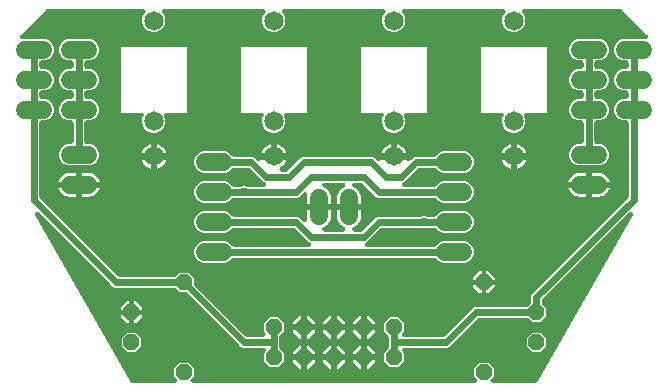
<source format=gtl>
G04 EAGLE Gerber RS-274X export*
G75*
%MOMM*%
%FSLAX34Y34*%
%LPD*%
%INTop Copper*%
%IPPOS*%
%AMOC8*
5,1,8,0,0,1.08239X$1,22.5*%
G01*
%ADD10P,1.429621X8X292.500000*%
%ADD11P,1.539592X8X22.500000*%
%ADD12P,1.429621X8X112.500000*%
%ADD13C,1.524000*%
%ADD14C,1.650000*%
%ADD15C,0.609600*%
%ADD16C,0.756400*%

G36*
X144898Y10162D02*
X144898Y10162D01*
X144907Y10161D01*
X145099Y10182D01*
X145290Y10201D01*
X145299Y10203D01*
X145308Y10204D01*
X145490Y10262D01*
X145675Y10319D01*
X145683Y10323D01*
X145692Y10326D01*
X145860Y10419D01*
X146029Y10511D01*
X146036Y10516D01*
X146044Y10521D01*
X146191Y10645D01*
X146338Y10768D01*
X146344Y10775D01*
X146351Y10781D01*
X146470Y10932D01*
X146591Y11082D01*
X146595Y11090D01*
X146600Y11097D01*
X146688Y11270D01*
X146776Y11439D01*
X146779Y11448D01*
X146783Y11456D01*
X146835Y11642D01*
X146888Y11826D01*
X146888Y11835D01*
X146891Y11844D01*
X146905Y12037D01*
X146921Y12228D01*
X146920Y12236D01*
X146920Y12245D01*
X146896Y12438D01*
X146874Y12627D01*
X146871Y12636D01*
X146870Y12645D01*
X146808Y12828D01*
X146749Y13010D01*
X146744Y13018D01*
X146742Y13026D01*
X146646Y13192D01*
X146551Y13361D01*
X146545Y13368D01*
X146541Y13375D01*
X146326Y13628D01*
X144271Y15683D01*
X144271Y22417D01*
X149033Y27179D01*
X155767Y27179D01*
X160529Y22417D01*
X160529Y15683D01*
X158474Y13628D01*
X158468Y13621D01*
X158462Y13616D01*
X158341Y13466D01*
X158219Y13317D01*
X158215Y13309D01*
X158209Y13302D01*
X158121Y13132D01*
X158030Y12961D01*
X158028Y12952D01*
X158024Y12945D01*
X157971Y12760D01*
X157916Y12575D01*
X157915Y12566D01*
X157912Y12558D01*
X157897Y12367D01*
X157879Y12174D01*
X157880Y12165D01*
X157879Y12156D01*
X157902Y11967D01*
X157923Y11774D01*
X157925Y11765D01*
X157926Y11757D01*
X157986Y11575D01*
X158044Y11390D01*
X158048Y11382D01*
X158051Y11374D01*
X158146Y11205D01*
X158239Y11038D01*
X158245Y11031D01*
X158249Y11023D01*
X158375Y10877D01*
X158499Y10731D01*
X158506Y10725D01*
X158512Y10718D01*
X158664Y10601D01*
X158815Y10481D01*
X158823Y10477D01*
X158830Y10472D01*
X159002Y10386D01*
X159174Y10299D01*
X159183Y10296D01*
X159191Y10292D01*
X159377Y10242D01*
X159562Y10191D01*
X159571Y10190D01*
X159580Y10188D01*
X159910Y10161D01*
X398890Y10161D01*
X398898Y10162D01*
X398907Y10161D01*
X399099Y10182D01*
X399290Y10201D01*
X399299Y10203D01*
X399308Y10204D01*
X399490Y10262D01*
X399675Y10319D01*
X399683Y10323D01*
X399692Y10326D01*
X399860Y10419D01*
X400029Y10511D01*
X400036Y10516D01*
X400044Y10521D01*
X400191Y10645D01*
X400338Y10768D01*
X400344Y10775D01*
X400351Y10781D01*
X400470Y10932D01*
X400591Y11082D01*
X400595Y11090D01*
X400600Y11097D01*
X400688Y11270D01*
X400776Y11439D01*
X400779Y11448D01*
X400783Y11456D01*
X400835Y11642D01*
X400888Y11826D01*
X400888Y11835D01*
X400891Y11844D01*
X400905Y12037D01*
X400921Y12228D01*
X400920Y12236D01*
X400920Y12245D01*
X400896Y12438D01*
X400874Y12627D01*
X400871Y12636D01*
X400870Y12645D01*
X400808Y12828D01*
X400749Y13010D01*
X400744Y13018D01*
X400742Y13026D01*
X400646Y13192D01*
X400551Y13361D01*
X400545Y13368D01*
X400541Y13375D01*
X400326Y13628D01*
X398271Y15683D01*
X398271Y22417D01*
X403033Y27179D01*
X409767Y27179D01*
X414529Y22417D01*
X414529Y15683D01*
X412474Y13628D01*
X412468Y13621D01*
X412462Y13616D01*
X412341Y13466D01*
X412219Y13317D01*
X412215Y13309D01*
X412209Y13302D01*
X412121Y13132D01*
X412030Y12961D01*
X412028Y12952D01*
X412024Y12945D01*
X411971Y12760D01*
X411916Y12575D01*
X411915Y12566D01*
X411912Y12558D01*
X411897Y12367D01*
X411879Y12174D01*
X411880Y12165D01*
X411879Y12156D01*
X411902Y11967D01*
X411923Y11774D01*
X411925Y11765D01*
X411926Y11757D01*
X411986Y11575D01*
X412044Y11390D01*
X412048Y11382D01*
X412051Y11374D01*
X412146Y11205D01*
X412239Y11038D01*
X412245Y11031D01*
X412249Y11023D01*
X412375Y10877D01*
X412499Y10731D01*
X412506Y10725D01*
X412512Y10718D01*
X412664Y10601D01*
X412815Y10481D01*
X412823Y10477D01*
X412830Y10472D01*
X413002Y10386D01*
X413174Y10299D01*
X413183Y10296D01*
X413191Y10292D01*
X413377Y10242D01*
X413562Y10191D01*
X413571Y10190D01*
X413580Y10188D01*
X413910Y10161D01*
X450125Y10161D01*
X450220Y10170D01*
X450315Y10170D01*
X450420Y10190D01*
X450525Y10201D01*
X450617Y10229D01*
X450710Y10247D01*
X450809Y10288D01*
X450910Y10319D01*
X450994Y10364D01*
X451083Y10401D01*
X451171Y10460D01*
X451264Y10511D01*
X451338Y10572D01*
X451417Y10625D01*
X451492Y10700D01*
X451574Y10768D01*
X451633Y10843D01*
X451701Y10911D01*
X451775Y11018D01*
X451826Y11082D01*
X451850Y11128D01*
X451888Y11184D01*
X532279Y151869D01*
X532334Y151990D01*
X532396Y152107D01*
X532415Y152173D01*
X532444Y152236D01*
X532473Y152366D01*
X532511Y152493D01*
X532517Y152562D01*
X532532Y152629D01*
X532535Y152762D01*
X532547Y152894D01*
X532540Y152963D01*
X532541Y153032D01*
X532518Y153162D01*
X532504Y153294D01*
X532483Y153360D01*
X532471Y153428D01*
X532422Y153552D01*
X532382Y153678D01*
X532349Y153739D01*
X532324Y153803D01*
X532252Y153914D01*
X532187Y154031D01*
X532143Y154083D01*
X532105Y154141D01*
X532013Y154236D01*
X531927Y154338D01*
X531873Y154380D01*
X531825Y154430D01*
X531715Y154505D01*
X531611Y154587D01*
X531549Y154618D01*
X531493Y154657D01*
X531370Y154709D01*
X531252Y154770D01*
X531186Y154788D01*
X531122Y154815D01*
X530992Y154842D01*
X530864Y154878D01*
X530795Y154883D01*
X530728Y154897D01*
X530595Y154897D01*
X530463Y154907D01*
X530394Y154898D01*
X530325Y154899D01*
X530195Y154873D01*
X530063Y154857D01*
X529998Y154835D01*
X529930Y154821D01*
X529807Y154771D01*
X529681Y154728D01*
X529622Y154694D01*
X529558Y154668D01*
X529448Y154594D01*
X529333Y154527D01*
X529272Y154476D01*
X529224Y154444D01*
X529169Y154389D01*
X529080Y154313D01*
X456018Y81251D01*
X456001Y81230D01*
X455980Y81213D01*
X455873Y81075D01*
X455763Y80939D01*
X455750Y80916D01*
X455734Y80895D01*
X455656Y80738D01*
X455574Y80584D01*
X455566Y80558D01*
X455554Y80534D01*
X455509Y80365D01*
X455459Y80198D01*
X455457Y80171D01*
X455450Y80145D01*
X455423Y79815D01*
X455423Y77614D01*
X455425Y77588D01*
X455423Y77561D01*
X455445Y77387D01*
X455463Y77214D01*
X455470Y77188D01*
X455474Y77162D01*
X455530Y76996D01*
X455581Y76829D01*
X455594Y76805D01*
X455602Y76780D01*
X455689Y76628D01*
X455773Y76475D01*
X455790Y76454D01*
X455803Y76431D01*
X456018Y76178D01*
X458979Y73217D01*
X458979Y66483D01*
X454217Y61721D01*
X447483Y61721D01*
X444522Y64682D01*
X444501Y64699D01*
X444484Y64720D01*
X444346Y64827D01*
X444210Y64937D01*
X444187Y64950D01*
X444166Y64966D01*
X444009Y65044D01*
X443855Y65126D01*
X443829Y65134D01*
X443805Y65146D01*
X443636Y65191D01*
X443469Y65241D01*
X443442Y65243D01*
X443416Y65250D01*
X443086Y65277D01*
X402785Y65277D01*
X402759Y65275D01*
X402732Y65277D01*
X402558Y65255D01*
X402385Y65237D01*
X402359Y65230D01*
X402333Y65226D01*
X402167Y65171D01*
X402000Y65119D01*
X401976Y65106D01*
X401951Y65098D01*
X401799Y65011D01*
X401646Y64927D01*
X401625Y64910D01*
X401602Y64897D01*
X401349Y64682D01*
X377240Y40573D01*
X375560Y39877D01*
X339191Y39877D01*
X339182Y39876D01*
X339173Y39877D01*
X338981Y39856D01*
X338790Y39837D01*
X338782Y39835D01*
X338773Y39834D01*
X338590Y39776D01*
X338405Y39719D01*
X338397Y39715D01*
X338389Y39712D01*
X338220Y39619D01*
X338051Y39527D01*
X338044Y39522D01*
X338037Y39517D01*
X337889Y39392D01*
X337742Y39270D01*
X337736Y39263D01*
X337730Y39257D01*
X337610Y39105D01*
X337490Y38956D01*
X337486Y38948D01*
X337480Y38941D01*
X337393Y38769D01*
X337304Y38599D01*
X337302Y38590D01*
X337298Y38582D01*
X337246Y38396D01*
X337193Y38212D01*
X337192Y38203D01*
X337190Y38194D01*
X337175Y38002D01*
X337160Y37810D01*
X337161Y37802D01*
X337160Y37793D01*
X337185Y37600D01*
X337207Y37411D01*
X337209Y37402D01*
X337211Y37393D01*
X337272Y37210D01*
X337332Y37028D01*
X337336Y37020D01*
X337339Y37012D01*
X337434Y36846D01*
X337529Y36677D01*
X337535Y36670D01*
X337540Y36663D01*
X337754Y36410D01*
X338837Y35327D01*
X338837Y28173D01*
X333777Y23113D01*
X326623Y23113D01*
X321563Y28173D01*
X321563Y35327D01*
X325032Y38796D01*
X325049Y38817D01*
X325070Y38835D01*
X325177Y38973D01*
X325287Y39108D01*
X325300Y39132D01*
X325316Y39153D01*
X325394Y39309D01*
X325476Y39464D01*
X325484Y39489D01*
X325496Y39513D01*
X325541Y39683D01*
X325591Y39850D01*
X325593Y39876D01*
X325600Y39902D01*
X325627Y40233D01*
X325627Y48667D01*
X325625Y48694D01*
X325627Y48721D01*
X325605Y48894D01*
X325587Y49068D01*
X325580Y49093D01*
X325576Y49120D01*
X325520Y49286D01*
X325469Y49453D01*
X325456Y49476D01*
X325448Y49502D01*
X325361Y49653D01*
X325277Y49807D01*
X325260Y49827D01*
X325247Y49851D01*
X325032Y50104D01*
X321563Y53573D01*
X321563Y60727D01*
X326623Y65787D01*
X333777Y65787D01*
X338837Y60727D01*
X338837Y53573D01*
X337754Y52490D01*
X337749Y52483D01*
X337742Y52478D01*
X337622Y52328D01*
X337499Y52179D01*
X337495Y52171D01*
X337490Y52164D01*
X337401Y51994D01*
X337311Y51823D01*
X337308Y51814D01*
X337304Y51807D01*
X337251Y51622D01*
X337196Y51437D01*
X337195Y51428D01*
X337193Y51420D01*
X337177Y51229D01*
X337160Y51036D01*
X337161Y51027D01*
X337160Y51018D01*
X337182Y50829D01*
X337203Y50636D01*
X337206Y50627D01*
X337207Y50619D01*
X337266Y50436D01*
X337324Y50252D01*
X337329Y50244D01*
X337332Y50236D01*
X337426Y50069D01*
X337519Y49900D01*
X337525Y49893D01*
X337529Y49885D01*
X337655Y49740D01*
X337780Y49593D01*
X337787Y49587D01*
X337793Y49580D01*
X337943Y49464D01*
X338096Y49343D01*
X338104Y49339D01*
X338111Y49334D01*
X338282Y49248D01*
X338455Y49161D01*
X338463Y49158D01*
X338471Y49154D01*
X338657Y49104D01*
X338843Y49053D01*
X338851Y49052D01*
X338860Y49050D01*
X339191Y49023D01*
X371915Y49023D01*
X371941Y49025D01*
X371968Y49023D01*
X372142Y49045D01*
X372315Y49063D01*
X372341Y49070D01*
X372367Y49074D01*
X372533Y49129D01*
X372700Y49181D01*
X372724Y49194D01*
X372749Y49202D01*
X372901Y49289D01*
X373054Y49373D01*
X373075Y49390D01*
X373098Y49403D01*
X373351Y49618D01*
X397460Y73727D01*
X399140Y74423D01*
X443086Y74423D01*
X443112Y74425D01*
X443139Y74423D01*
X443313Y74445D01*
X443486Y74463D01*
X443512Y74470D01*
X443538Y74474D01*
X443704Y74529D01*
X443871Y74581D01*
X443895Y74594D01*
X443920Y74602D01*
X444072Y74689D01*
X444225Y74773D01*
X444246Y74790D01*
X444269Y74803D01*
X444522Y75018D01*
X445682Y76178D01*
X445699Y76199D01*
X445720Y76216D01*
X445827Y76354D01*
X445937Y76490D01*
X445950Y76513D01*
X445966Y76534D01*
X446044Y76691D01*
X446126Y76845D01*
X446134Y76871D01*
X446146Y76895D01*
X446191Y77064D01*
X446241Y77231D01*
X446243Y77258D01*
X446250Y77284D01*
X446277Y77614D01*
X446277Y83460D01*
X446973Y85140D01*
X528232Y166399D01*
X528249Y166420D01*
X528270Y166437D01*
X528377Y166575D01*
X528487Y166711D01*
X528500Y166734D01*
X528516Y166755D01*
X528594Y166912D01*
X528676Y167066D01*
X528684Y167092D01*
X528696Y167116D01*
X528741Y167285D01*
X528791Y167452D01*
X528793Y167479D01*
X528800Y167505D01*
X528827Y167835D01*
X528827Y230124D01*
X528825Y230142D01*
X528827Y230160D01*
X528806Y230342D01*
X528787Y230525D01*
X528782Y230542D01*
X528780Y230559D01*
X528723Y230734D01*
X528669Y230910D01*
X528661Y230925D01*
X528655Y230942D01*
X528565Y231102D01*
X528477Y231264D01*
X528466Y231277D01*
X528457Y231293D01*
X528337Y231432D01*
X528220Y231573D01*
X528206Y231584D01*
X528194Y231598D01*
X528049Y231710D01*
X527906Y231825D01*
X527890Y231833D01*
X527876Y231844D01*
X527711Y231926D01*
X527549Y232011D01*
X527532Y232016D01*
X527516Y232024D01*
X527337Y232071D01*
X527162Y232122D01*
X527144Y232124D01*
X527127Y232128D01*
X526796Y232155D01*
X523961Y232155D01*
X520600Y233547D01*
X518027Y236120D01*
X516635Y239481D01*
X516635Y243119D01*
X518027Y246480D01*
X520600Y249053D01*
X522902Y250006D01*
X523961Y250445D01*
X526796Y250445D01*
X526814Y250447D01*
X526832Y250445D01*
X527014Y250466D01*
X527197Y250485D01*
X527214Y250490D01*
X527231Y250492D01*
X527406Y250549D01*
X527582Y250603D01*
X527597Y250611D01*
X527614Y250617D01*
X527774Y250707D01*
X527936Y250795D01*
X527949Y250806D01*
X527965Y250815D01*
X528104Y250935D01*
X528245Y251052D01*
X528256Y251066D01*
X528270Y251078D01*
X528382Y251223D01*
X528497Y251366D01*
X528505Y251382D01*
X528516Y251396D01*
X528598Y251561D01*
X528683Y251723D01*
X528688Y251740D01*
X528696Y251756D01*
X528743Y251935D01*
X528794Y252110D01*
X528796Y252128D01*
X528800Y252145D01*
X528827Y252476D01*
X528827Y255524D01*
X528825Y255542D01*
X528827Y255560D01*
X528806Y255742D01*
X528787Y255925D01*
X528782Y255942D01*
X528780Y255959D01*
X528723Y256134D01*
X528669Y256310D01*
X528661Y256325D01*
X528655Y256342D01*
X528565Y256502D01*
X528477Y256664D01*
X528466Y256677D01*
X528457Y256693D01*
X528337Y256832D01*
X528220Y256973D01*
X528206Y256984D01*
X528194Y256998D01*
X528049Y257110D01*
X527906Y257225D01*
X527890Y257233D01*
X527876Y257244D01*
X527711Y257326D01*
X527549Y257411D01*
X527532Y257416D01*
X527516Y257424D01*
X527337Y257471D01*
X527162Y257522D01*
X527144Y257524D01*
X527127Y257528D01*
X526796Y257555D01*
X523961Y257555D01*
X520600Y258947D01*
X518027Y261520D01*
X516635Y264881D01*
X516635Y268519D01*
X518027Y271880D01*
X520600Y274453D01*
X523961Y275845D01*
X526796Y275845D01*
X526814Y275847D01*
X526832Y275845D01*
X527014Y275866D01*
X527197Y275885D01*
X527214Y275890D01*
X527231Y275892D01*
X527406Y275949D01*
X527582Y276003D01*
X527597Y276011D01*
X527614Y276017D01*
X527774Y276107D01*
X527936Y276195D01*
X527949Y276206D01*
X527965Y276215D01*
X528104Y276335D01*
X528245Y276452D01*
X528256Y276466D01*
X528270Y276478D01*
X528382Y276623D01*
X528497Y276766D01*
X528505Y276782D01*
X528516Y276796D01*
X528598Y276961D01*
X528683Y277123D01*
X528688Y277140D01*
X528696Y277156D01*
X528743Y277335D01*
X528794Y277510D01*
X528796Y277528D01*
X528800Y277545D01*
X528827Y277876D01*
X528827Y280924D01*
X528825Y280942D01*
X528827Y280960D01*
X528806Y281142D01*
X528787Y281325D01*
X528782Y281342D01*
X528780Y281359D01*
X528723Y281534D01*
X528669Y281710D01*
X528661Y281725D01*
X528655Y281742D01*
X528565Y281902D01*
X528477Y282064D01*
X528466Y282077D01*
X528457Y282093D01*
X528337Y282232D01*
X528220Y282373D01*
X528206Y282384D01*
X528194Y282398D01*
X528049Y282510D01*
X527906Y282625D01*
X527890Y282633D01*
X527876Y282644D01*
X527711Y282726D01*
X527549Y282811D01*
X527532Y282816D01*
X527516Y282824D01*
X527337Y282871D01*
X527162Y282922D01*
X527144Y282924D01*
X527127Y282928D01*
X526796Y282955D01*
X523961Y282955D01*
X520600Y284347D01*
X518027Y286920D01*
X516635Y290281D01*
X516635Y293919D01*
X518027Y297280D01*
X520600Y299853D01*
X523961Y301245D01*
X543082Y301245D01*
X543091Y301246D01*
X543100Y301245D01*
X543293Y301266D01*
X543483Y301285D01*
X543491Y301287D01*
X543500Y301288D01*
X543685Y301347D01*
X543868Y301403D01*
X543875Y301407D01*
X543884Y301410D01*
X544053Y301503D01*
X544222Y301595D01*
X544228Y301600D01*
X544236Y301605D01*
X544383Y301729D01*
X544531Y301852D01*
X544536Y301859D01*
X544543Y301865D01*
X544663Y302017D01*
X544783Y302166D01*
X544787Y302174D01*
X544793Y302181D01*
X544881Y302354D01*
X544969Y302523D01*
X544971Y302532D01*
X544975Y302540D01*
X545027Y302726D01*
X545080Y302910D01*
X545081Y302919D01*
X545083Y302928D01*
X545097Y303121D01*
X545113Y303312D01*
X545112Y303320D01*
X545113Y303329D01*
X545088Y303522D01*
X545066Y303711D01*
X545063Y303720D01*
X545062Y303729D01*
X545001Y303912D01*
X544941Y304094D01*
X544937Y304102D01*
X544934Y304110D01*
X544838Y304277D01*
X544743Y304445D01*
X544737Y304452D01*
X544733Y304459D01*
X544518Y304712D01*
X523436Y325794D01*
X523416Y325811D01*
X523398Y325832D01*
X523260Y325939D01*
X523125Y326049D01*
X523101Y326062D01*
X523080Y326078D01*
X522923Y326156D01*
X522769Y326238D01*
X522744Y326246D01*
X522719Y326258D01*
X522550Y326303D01*
X522383Y326353D01*
X522357Y326355D01*
X522331Y326362D01*
X522000Y326389D01*
X440838Y326389D01*
X440829Y326388D01*
X440820Y326389D01*
X440628Y326368D01*
X440438Y326349D01*
X440429Y326347D01*
X440420Y326346D01*
X440238Y326288D01*
X440053Y326231D01*
X440045Y326227D01*
X440036Y326224D01*
X439868Y326131D01*
X439699Y326039D01*
X439692Y326034D01*
X439684Y326029D01*
X439536Y325904D01*
X439389Y325782D01*
X439384Y325775D01*
X439377Y325769D01*
X439257Y325617D01*
X439137Y325468D01*
X439133Y325460D01*
X439127Y325453D01*
X439040Y325280D01*
X438951Y325111D01*
X438949Y325102D01*
X438945Y325094D01*
X438893Y324909D01*
X438840Y324724D01*
X438839Y324715D01*
X438837Y324706D01*
X438823Y324512D01*
X438807Y324322D01*
X438808Y324314D01*
X438808Y324305D01*
X438832Y324114D01*
X438854Y323923D01*
X438857Y323914D01*
X438858Y323905D01*
X438919Y323724D01*
X438979Y323540D01*
X438983Y323532D01*
X438986Y323524D01*
X439082Y323356D01*
X439177Y323189D01*
X439183Y323182D01*
X439187Y323175D01*
X439402Y322922D01*
X440087Y322237D01*
X441575Y318644D01*
X441575Y314756D01*
X440087Y311163D01*
X437337Y308413D01*
X433744Y306925D01*
X429856Y306925D01*
X426263Y308413D01*
X423513Y311163D01*
X422025Y314756D01*
X422025Y318644D01*
X423513Y322237D01*
X424198Y322922D01*
X424204Y322929D01*
X424211Y322934D01*
X424330Y323083D01*
X424453Y323233D01*
X424457Y323241D01*
X424463Y323248D01*
X424551Y323418D01*
X424642Y323589D01*
X424644Y323598D01*
X424649Y323605D01*
X424702Y323790D01*
X424757Y323975D01*
X424757Y323984D01*
X424760Y323992D01*
X424775Y324181D01*
X424793Y324376D01*
X424792Y324385D01*
X424793Y324394D01*
X424771Y324583D01*
X424750Y324776D01*
X424747Y324785D01*
X424746Y324793D01*
X424686Y324976D01*
X424628Y325160D01*
X424624Y325168D01*
X424621Y325176D01*
X424526Y325344D01*
X424433Y325512D01*
X424428Y325519D01*
X424423Y325527D01*
X424297Y325673D01*
X424173Y325819D01*
X424166Y325825D01*
X424160Y325832D01*
X424007Y325950D01*
X423857Y326069D01*
X423849Y326073D01*
X423842Y326078D01*
X423670Y326164D01*
X423498Y326251D01*
X423489Y326254D01*
X423481Y326258D01*
X423296Y326307D01*
X423110Y326359D01*
X423101Y326360D01*
X423093Y326362D01*
X422762Y326389D01*
X339238Y326389D01*
X339229Y326388D01*
X339220Y326389D01*
X339028Y326368D01*
X338838Y326349D01*
X338829Y326347D01*
X338820Y326346D01*
X338638Y326288D01*
X338453Y326231D01*
X338445Y326227D01*
X338436Y326224D01*
X338268Y326131D01*
X338099Y326039D01*
X338092Y326034D01*
X338084Y326029D01*
X337936Y325904D01*
X337789Y325782D01*
X337784Y325775D01*
X337777Y325769D01*
X337657Y325617D01*
X337537Y325468D01*
X337533Y325460D01*
X337527Y325453D01*
X337440Y325280D01*
X337351Y325111D01*
X337349Y325102D01*
X337345Y325094D01*
X337293Y324909D01*
X337240Y324724D01*
X337239Y324715D01*
X337237Y324706D01*
X337223Y324512D01*
X337207Y324322D01*
X337208Y324314D01*
X337208Y324305D01*
X337232Y324114D01*
X337254Y323923D01*
X337257Y323914D01*
X337258Y323905D01*
X337319Y323724D01*
X337379Y323540D01*
X337383Y323532D01*
X337386Y323524D01*
X337482Y323356D01*
X337577Y323189D01*
X337583Y323182D01*
X337587Y323175D01*
X337802Y322922D01*
X338487Y322237D01*
X339975Y318644D01*
X339975Y314756D01*
X338487Y311163D01*
X335737Y308413D01*
X332144Y306925D01*
X328256Y306925D01*
X324663Y308413D01*
X321913Y311163D01*
X320425Y314756D01*
X320425Y318644D01*
X321913Y322237D01*
X322598Y322922D01*
X322604Y322929D01*
X322611Y322934D01*
X322730Y323083D01*
X322853Y323233D01*
X322857Y323241D01*
X322863Y323248D01*
X322951Y323418D01*
X323042Y323589D01*
X323044Y323598D01*
X323049Y323605D01*
X323102Y323790D01*
X323157Y323975D01*
X323157Y323984D01*
X323160Y323992D01*
X323175Y324181D01*
X323193Y324376D01*
X323192Y324385D01*
X323193Y324394D01*
X323171Y324583D01*
X323150Y324776D01*
X323147Y324785D01*
X323146Y324793D01*
X323086Y324976D01*
X323028Y325160D01*
X323024Y325168D01*
X323021Y325176D01*
X322926Y325344D01*
X322833Y325512D01*
X322828Y325519D01*
X322823Y325527D01*
X322697Y325673D01*
X322573Y325819D01*
X322566Y325825D01*
X322560Y325832D01*
X322407Y325950D01*
X322257Y326069D01*
X322249Y326073D01*
X322242Y326078D01*
X322070Y326164D01*
X321898Y326251D01*
X321889Y326254D01*
X321881Y326258D01*
X321696Y326307D01*
X321510Y326359D01*
X321501Y326360D01*
X321493Y326362D01*
X321162Y326389D01*
X237638Y326389D01*
X237629Y326388D01*
X237620Y326389D01*
X237428Y326368D01*
X237238Y326349D01*
X237229Y326347D01*
X237220Y326346D01*
X237038Y326288D01*
X236853Y326231D01*
X236845Y326227D01*
X236836Y326224D01*
X236668Y326131D01*
X236499Y326039D01*
X236492Y326034D01*
X236484Y326029D01*
X236336Y325904D01*
X236189Y325782D01*
X236184Y325775D01*
X236177Y325769D01*
X236057Y325617D01*
X235937Y325468D01*
X235933Y325460D01*
X235927Y325453D01*
X235840Y325280D01*
X235751Y325111D01*
X235749Y325102D01*
X235745Y325094D01*
X235693Y324909D01*
X235640Y324724D01*
X235639Y324715D01*
X235637Y324706D01*
X235623Y324512D01*
X235607Y324322D01*
X235608Y324314D01*
X235608Y324305D01*
X235632Y324114D01*
X235654Y323923D01*
X235657Y323914D01*
X235658Y323905D01*
X235719Y323724D01*
X235779Y323540D01*
X235783Y323532D01*
X235786Y323524D01*
X235882Y323356D01*
X235977Y323189D01*
X235983Y323182D01*
X235987Y323175D01*
X236202Y322922D01*
X236887Y322237D01*
X238375Y318644D01*
X238375Y314756D01*
X236887Y311163D01*
X234137Y308413D01*
X230544Y306925D01*
X226656Y306925D01*
X223063Y308413D01*
X220313Y311163D01*
X218825Y314756D01*
X218825Y318644D01*
X220313Y322237D01*
X220998Y322922D01*
X221004Y322929D01*
X221011Y322934D01*
X221130Y323083D01*
X221253Y323233D01*
X221257Y323241D01*
X221263Y323248D01*
X221351Y323418D01*
X221442Y323589D01*
X221444Y323598D01*
X221449Y323605D01*
X221502Y323790D01*
X221557Y323975D01*
X221557Y323984D01*
X221560Y323992D01*
X221575Y324181D01*
X221593Y324376D01*
X221592Y324385D01*
X221593Y324394D01*
X221571Y324583D01*
X221550Y324776D01*
X221547Y324785D01*
X221546Y324793D01*
X221486Y324976D01*
X221428Y325160D01*
X221424Y325168D01*
X221421Y325176D01*
X221326Y325344D01*
X221233Y325512D01*
X221228Y325519D01*
X221223Y325527D01*
X221097Y325673D01*
X220973Y325819D01*
X220966Y325825D01*
X220960Y325832D01*
X220807Y325950D01*
X220657Y326069D01*
X220649Y326073D01*
X220642Y326078D01*
X220470Y326164D01*
X220298Y326251D01*
X220289Y326254D01*
X220281Y326258D01*
X220096Y326307D01*
X219910Y326359D01*
X219901Y326360D01*
X219893Y326362D01*
X219562Y326389D01*
X136038Y326389D01*
X136029Y326388D01*
X136020Y326389D01*
X135828Y326368D01*
X135638Y326349D01*
X135629Y326347D01*
X135620Y326346D01*
X135438Y326288D01*
X135253Y326231D01*
X135245Y326227D01*
X135236Y326224D01*
X135068Y326131D01*
X134899Y326039D01*
X134892Y326034D01*
X134884Y326029D01*
X134736Y325904D01*
X134589Y325782D01*
X134584Y325775D01*
X134577Y325769D01*
X134457Y325617D01*
X134337Y325468D01*
X134333Y325460D01*
X134327Y325453D01*
X134240Y325280D01*
X134151Y325111D01*
X134149Y325102D01*
X134145Y325094D01*
X134093Y324909D01*
X134040Y324724D01*
X134039Y324715D01*
X134037Y324706D01*
X134023Y324512D01*
X134007Y324322D01*
X134008Y324314D01*
X134008Y324305D01*
X134032Y324114D01*
X134054Y323923D01*
X134057Y323914D01*
X134058Y323905D01*
X134119Y323724D01*
X134179Y323540D01*
X134183Y323532D01*
X134186Y323524D01*
X134282Y323356D01*
X134377Y323189D01*
X134383Y323182D01*
X134387Y323175D01*
X134602Y322922D01*
X135287Y322237D01*
X136775Y318644D01*
X136775Y314756D01*
X135287Y311163D01*
X132537Y308413D01*
X128944Y306925D01*
X125056Y306925D01*
X121463Y308413D01*
X118713Y311163D01*
X117225Y314756D01*
X117225Y318644D01*
X118713Y322237D01*
X119398Y322922D01*
X119404Y322929D01*
X119411Y322934D01*
X119530Y323083D01*
X119653Y323233D01*
X119657Y323241D01*
X119663Y323248D01*
X119751Y323418D01*
X119842Y323589D01*
X119844Y323598D01*
X119849Y323605D01*
X119902Y323790D01*
X119957Y323975D01*
X119957Y323984D01*
X119960Y323992D01*
X119975Y324181D01*
X119993Y324376D01*
X119992Y324385D01*
X119993Y324394D01*
X119971Y324583D01*
X119950Y324776D01*
X119947Y324785D01*
X119946Y324793D01*
X119886Y324976D01*
X119828Y325160D01*
X119824Y325168D01*
X119821Y325176D01*
X119726Y325344D01*
X119633Y325512D01*
X119628Y325519D01*
X119623Y325527D01*
X119497Y325673D01*
X119373Y325819D01*
X119366Y325825D01*
X119360Y325832D01*
X119207Y325950D01*
X119057Y326069D01*
X119049Y326073D01*
X119042Y326078D01*
X118870Y326164D01*
X118698Y326251D01*
X118689Y326254D01*
X118681Y326258D01*
X118496Y326307D01*
X118310Y326359D01*
X118301Y326360D01*
X118293Y326362D01*
X117962Y326389D01*
X36811Y326389D01*
X36783Y326386D01*
X36754Y326388D01*
X36582Y326366D01*
X36410Y326349D01*
X36383Y326341D01*
X36355Y326337D01*
X36191Y326282D01*
X36025Y326231D01*
X36000Y326218D01*
X35974Y326209D01*
X35824Y326122D01*
X35671Y326039D01*
X35650Y326021D01*
X35625Y326007D01*
X35372Y325792D01*
X14357Y304710D01*
X14352Y304704D01*
X14347Y304700D01*
X14224Y304548D01*
X14102Y304398D01*
X14099Y304392D01*
X14094Y304386D01*
X14005Y304215D01*
X13914Y304042D01*
X13912Y304035D01*
X13909Y304029D01*
X13855Y303843D01*
X13800Y303656D01*
X13799Y303649D01*
X13797Y303642D01*
X13782Y303449D01*
X13764Y303255D01*
X13765Y303248D01*
X13764Y303240D01*
X13787Y303048D01*
X13808Y302855D01*
X13811Y302848D01*
X13811Y302841D01*
X13872Y302656D01*
X13930Y302471D01*
X13934Y302465D01*
X13936Y302458D01*
X14031Y302289D01*
X14126Y302119D01*
X14131Y302114D01*
X14134Y302107D01*
X14261Y301961D01*
X14387Y301813D01*
X14392Y301808D01*
X14397Y301802D01*
X14550Y301684D01*
X14703Y301563D01*
X14710Y301560D01*
X14715Y301556D01*
X14889Y301469D01*
X15062Y301382D01*
X15069Y301380D01*
X15076Y301376D01*
X15265Y301325D01*
X15450Y301274D01*
X15458Y301274D01*
X15465Y301272D01*
X15795Y301245D01*
X34839Y301245D01*
X38200Y299853D01*
X40773Y297280D01*
X42165Y293919D01*
X42165Y290281D01*
X40773Y286920D01*
X38200Y284347D01*
X34839Y282955D01*
X32004Y282955D01*
X31986Y282953D01*
X31968Y282955D01*
X31786Y282934D01*
X31603Y282915D01*
X31586Y282910D01*
X31569Y282908D01*
X31394Y282851D01*
X31218Y282797D01*
X31203Y282789D01*
X31186Y282783D01*
X31026Y282693D01*
X30864Y282605D01*
X30851Y282594D01*
X30835Y282585D01*
X30696Y282465D01*
X30555Y282348D01*
X30544Y282334D01*
X30530Y282322D01*
X30418Y282177D01*
X30303Y282034D01*
X30295Y282018D01*
X30284Y282004D01*
X30202Y281839D01*
X30117Y281677D01*
X30112Y281660D01*
X30104Y281644D01*
X30057Y281465D01*
X30006Y281290D01*
X30004Y281272D01*
X30000Y281255D01*
X29973Y280924D01*
X29973Y277876D01*
X29975Y277858D01*
X29973Y277840D01*
X29994Y277658D01*
X30013Y277475D01*
X30018Y277458D01*
X30020Y277441D01*
X30077Y277266D01*
X30131Y277090D01*
X30139Y277075D01*
X30145Y277058D01*
X30235Y276898D01*
X30323Y276736D01*
X30334Y276723D01*
X30343Y276707D01*
X30463Y276568D01*
X30580Y276427D01*
X30594Y276416D01*
X30606Y276402D01*
X30751Y276290D01*
X30894Y276175D01*
X30910Y276167D01*
X30924Y276156D01*
X31089Y276074D01*
X31251Y275989D01*
X31268Y275984D01*
X31284Y275976D01*
X31463Y275929D01*
X31638Y275878D01*
X31656Y275876D01*
X31673Y275872D01*
X32004Y275845D01*
X34839Y275845D01*
X38200Y274453D01*
X40773Y271880D01*
X42165Y268519D01*
X42165Y264881D01*
X40773Y261520D01*
X38200Y258947D01*
X34839Y257555D01*
X32004Y257555D01*
X31986Y257553D01*
X31968Y257555D01*
X31786Y257534D01*
X31603Y257515D01*
X31586Y257510D01*
X31569Y257508D01*
X31394Y257451D01*
X31218Y257397D01*
X31203Y257389D01*
X31186Y257383D01*
X31026Y257293D01*
X30864Y257205D01*
X30851Y257194D01*
X30835Y257185D01*
X30696Y257065D01*
X30555Y256948D01*
X30544Y256934D01*
X30530Y256922D01*
X30418Y256777D01*
X30303Y256634D01*
X30295Y256618D01*
X30284Y256604D01*
X30202Y256439D01*
X30117Y256277D01*
X30112Y256260D01*
X30104Y256244D01*
X30057Y256065D01*
X30006Y255890D01*
X30004Y255872D01*
X30000Y255855D01*
X29973Y255524D01*
X29973Y252476D01*
X29975Y252458D01*
X29973Y252440D01*
X29994Y252258D01*
X30013Y252075D01*
X30018Y252058D01*
X30020Y252041D01*
X30077Y251866D01*
X30131Y251690D01*
X30139Y251675D01*
X30145Y251658D01*
X30235Y251498D01*
X30323Y251336D01*
X30334Y251323D01*
X30343Y251307D01*
X30463Y251168D01*
X30580Y251027D01*
X30594Y251016D01*
X30606Y251002D01*
X30751Y250890D01*
X30894Y250775D01*
X30910Y250767D01*
X30924Y250756D01*
X31089Y250674D01*
X31251Y250589D01*
X31268Y250584D01*
X31284Y250576D01*
X31463Y250529D01*
X31638Y250478D01*
X31656Y250476D01*
X31673Y250472D01*
X32004Y250445D01*
X34839Y250445D01*
X38200Y249053D01*
X40773Y246480D01*
X42165Y243119D01*
X42165Y239481D01*
X40773Y236120D01*
X38200Y233547D01*
X37941Y233440D01*
X34839Y232155D01*
X32004Y232155D01*
X31986Y232153D01*
X31968Y232155D01*
X31786Y232134D01*
X31603Y232115D01*
X31586Y232110D01*
X31569Y232108D01*
X31394Y232051D01*
X31218Y231997D01*
X31203Y231989D01*
X31186Y231983D01*
X31026Y231893D01*
X30864Y231805D01*
X30851Y231794D01*
X30835Y231785D01*
X30696Y231665D01*
X30555Y231548D01*
X30544Y231534D01*
X30530Y231522D01*
X30418Y231377D01*
X30303Y231234D01*
X30295Y231218D01*
X30284Y231204D01*
X30202Y231039D01*
X30117Y230877D01*
X30112Y230860D01*
X30104Y230844D01*
X30057Y230665D01*
X30006Y230490D01*
X30004Y230472D01*
X30000Y230455D01*
X29973Y230124D01*
X29973Y167835D01*
X29975Y167809D01*
X29973Y167782D01*
X29995Y167608D01*
X30013Y167435D01*
X30020Y167409D01*
X30024Y167383D01*
X30079Y167217D01*
X30131Y167050D01*
X30144Y167026D01*
X30152Y167001D01*
X30239Y166849D01*
X30323Y166696D01*
X30340Y166675D01*
X30353Y166652D01*
X30568Y166399D01*
X96549Y100418D01*
X96570Y100401D01*
X96587Y100380D01*
X96725Y100273D01*
X96861Y100163D01*
X96884Y100150D01*
X96905Y100134D01*
X97062Y100056D01*
X97216Y99974D01*
X97242Y99966D01*
X97266Y99954D01*
X97435Y99909D01*
X97602Y99859D01*
X97629Y99857D01*
X97655Y99850D01*
X97985Y99823D01*
X144636Y99823D01*
X144662Y99825D01*
X144689Y99823D01*
X144863Y99845D01*
X145036Y99863D01*
X145062Y99870D01*
X145088Y99874D01*
X145254Y99929D01*
X145421Y99981D01*
X145445Y99994D01*
X145470Y100002D01*
X145622Y100089D01*
X145775Y100173D01*
X145796Y100190D01*
X145819Y100203D01*
X146072Y100418D01*
X149033Y103379D01*
X155767Y103379D01*
X160529Y98617D01*
X160529Y94429D01*
X160531Y94403D01*
X160529Y94376D01*
X160551Y94202D01*
X160569Y94029D01*
X160576Y94003D01*
X160580Y93977D01*
X160635Y93811D01*
X160687Y93644D01*
X160700Y93620D01*
X160708Y93595D01*
X160795Y93443D01*
X160879Y93290D01*
X160896Y93269D01*
X160909Y93246D01*
X161124Y92993D01*
X204499Y49618D01*
X204520Y49601D01*
X204537Y49580D01*
X204675Y49473D01*
X204811Y49363D01*
X204834Y49350D01*
X204855Y49334D01*
X205012Y49256D01*
X205166Y49174D01*
X205192Y49166D01*
X205216Y49154D01*
X205385Y49109D01*
X205552Y49059D01*
X205579Y49057D01*
X205605Y49050D01*
X205935Y49023D01*
X219609Y49023D01*
X219618Y49024D01*
X219627Y49023D01*
X219819Y49044D01*
X220010Y49063D01*
X220018Y49065D01*
X220027Y49066D01*
X220210Y49124D01*
X220395Y49181D01*
X220403Y49185D01*
X220411Y49188D01*
X220580Y49281D01*
X220749Y49373D01*
X220756Y49378D01*
X220763Y49383D01*
X220911Y49508D01*
X221058Y49630D01*
X221064Y49637D01*
X221070Y49643D01*
X221190Y49795D01*
X221310Y49944D01*
X221314Y49952D01*
X221320Y49959D01*
X221407Y50131D01*
X221496Y50301D01*
X221498Y50310D01*
X221502Y50318D01*
X221554Y50504D01*
X221607Y50688D01*
X221608Y50697D01*
X221610Y50706D01*
X221625Y50898D01*
X221640Y51090D01*
X221639Y51098D01*
X221640Y51107D01*
X221615Y51300D01*
X221593Y51489D01*
X221591Y51498D01*
X221589Y51507D01*
X221528Y51690D01*
X221468Y51872D01*
X221464Y51880D01*
X221461Y51888D01*
X221366Y52054D01*
X221271Y52223D01*
X221265Y52230D01*
X221260Y52237D01*
X221046Y52490D01*
X219963Y53573D01*
X219963Y60727D01*
X225023Y65787D01*
X232177Y65787D01*
X237237Y60727D01*
X237237Y53573D01*
X233768Y50103D01*
X233751Y50083D01*
X233730Y50065D01*
X233623Y49927D01*
X233513Y49792D01*
X233500Y49768D01*
X233484Y49747D01*
X233406Y49590D01*
X233324Y49436D01*
X233316Y49411D01*
X233304Y49387D01*
X233259Y49217D01*
X233209Y49050D01*
X233207Y49024D01*
X233200Y48998D01*
X233173Y48667D01*
X233173Y40233D01*
X233175Y40206D01*
X233173Y40180D01*
X233195Y40006D01*
X233213Y39832D01*
X233220Y39807D01*
X233224Y39780D01*
X233279Y39614D01*
X233331Y39447D01*
X233344Y39424D01*
X233352Y39398D01*
X233439Y39247D01*
X233523Y39093D01*
X233540Y39073D01*
X233553Y39050D01*
X233768Y38797D01*
X237237Y35327D01*
X237237Y28173D01*
X232177Y23113D01*
X225023Y23113D01*
X219963Y28173D01*
X219963Y35327D01*
X221046Y36410D01*
X221051Y36417D01*
X221058Y36422D01*
X221178Y36572D01*
X221301Y36721D01*
X221305Y36729D01*
X221310Y36736D01*
X221399Y36906D01*
X221489Y37077D01*
X221492Y37086D01*
X221496Y37093D01*
X221549Y37278D01*
X221604Y37463D01*
X221605Y37472D01*
X221607Y37480D01*
X221623Y37671D01*
X221640Y37864D01*
X221639Y37873D01*
X221640Y37882D01*
X221618Y38071D01*
X221597Y38264D01*
X221594Y38273D01*
X221593Y38281D01*
X221534Y38463D01*
X221476Y38648D01*
X221471Y38656D01*
X221468Y38664D01*
X221375Y38829D01*
X221281Y39000D01*
X221275Y39007D01*
X221271Y39015D01*
X221145Y39160D01*
X221020Y39307D01*
X221013Y39313D01*
X221007Y39320D01*
X220857Y39436D01*
X220704Y39557D01*
X220696Y39561D01*
X220689Y39566D01*
X220518Y39652D01*
X220345Y39739D01*
X220337Y39742D01*
X220329Y39746D01*
X220143Y39796D01*
X219957Y39847D01*
X219949Y39848D01*
X219940Y39850D01*
X219609Y39877D01*
X202290Y39877D01*
X200610Y40573D01*
X199038Y42145D01*
X154657Y86526D01*
X154636Y86543D01*
X154619Y86564D01*
X154481Y86671D01*
X154345Y86781D01*
X154322Y86794D01*
X154301Y86810D01*
X154144Y86888D01*
X153990Y86970D01*
X153964Y86978D01*
X153940Y86990D01*
X153771Y87035D01*
X153604Y87085D01*
X153577Y87087D01*
X153551Y87094D01*
X153221Y87121D01*
X149033Y87121D01*
X146072Y90082D01*
X146051Y90099D01*
X146034Y90120D01*
X145896Y90227D01*
X145760Y90337D01*
X145737Y90350D01*
X145716Y90366D01*
X145559Y90444D01*
X145405Y90526D01*
X145379Y90534D01*
X145355Y90546D01*
X145186Y90591D01*
X145019Y90641D01*
X144992Y90643D01*
X144966Y90650D01*
X144636Y90677D01*
X94340Y90677D01*
X92660Y91373D01*
X91088Y92945D01*
X29720Y154313D01*
X29618Y154397D01*
X29521Y154488D01*
X29462Y154524D01*
X29409Y154568D01*
X29292Y154630D01*
X29179Y154700D01*
X29114Y154724D01*
X29053Y154756D01*
X28926Y154794D01*
X28801Y154841D01*
X28733Y154852D01*
X28667Y154871D01*
X28535Y154883D01*
X28404Y154904D01*
X28335Y154901D01*
X28266Y154908D01*
X28134Y154893D01*
X28002Y154888D01*
X27935Y154872D01*
X27866Y154864D01*
X27739Y154824D01*
X27610Y154793D01*
X27548Y154764D01*
X27482Y154743D01*
X27366Y154678D01*
X27246Y154622D01*
X27190Y154581D01*
X27130Y154548D01*
X27029Y154462D01*
X26922Y154383D01*
X26875Y154332D01*
X26823Y154287D01*
X26741Y154183D01*
X26651Y154085D01*
X26616Y154026D01*
X26573Y153971D01*
X26513Y153853D01*
X26445Y153739D01*
X26422Y153674D01*
X26391Y153613D01*
X26355Y153484D01*
X26311Y153359D01*
X26301Y153291D01*
X26283Y153225D01*
X26273Y153092D01*
X26255Y152961D01*
X26259Y152892D01*
X26254Y152823D01*
X26270Y152691D01*
X26278Y152559D01*
X26295Y152492D01*
X26304Y152424D01*
X26346Y152298D01*
X26380Y152169D01*
X26414Y152097D01*
X26432Y152042D01*
X26471Y151975D01*
X26521Y151869D01*
X106912Y11184D01*
X106967Y11106D01*
X107014Y11023D01*
X107083Y10943D01*
X107145Y10856D01*
X107215Y10791D01*
X107277Y10718D01*
X107361Y10653D01*
X107439Y10581D01*
X107520Y10530D01*
X107595Y10472D01*
X107690Y10424D01*
X107781Y10368D01*
X107870Y10335D01*
X107956Y10292D01*
X108059Y10265D01*
X108158Y10228D01*
X108252Y10213D01*
X108345Y10188D01*
X108475Y10177D01*
X108556Y10164D01*
X108607Y10166D01*
X108675Y10161D01*
X144890Y10161D01*
X144898Y10162D01*
G37*
%LPC*%
G36*
X291958Y161256D02*
X291958Y161256D01*
X291940Y161258D01*
X291923Y161262D01*
X291592Y161289D01*
X281939Y161289D01*
X281939Y167170D01*
X282189Y168749D01*
X282684Y170270D01*
X283410Y171695D01*
X284350Y172989D01*
X285481Y174120D01*
X286775Y175060D01*
X288101Y175736D01*
X288208Y175804D01*
X288319Y175865D01*
X288377Y175913D01*
X288440Y175954D01*
X288531Y176041D01*
X288628Y176122D01*
X288675Y176181D01*
X288729Y176234D01*
X288801Y176338D01*
X288880Y176436D01*
X288915Y176503D01*
X288958Y176565D01*
X289008Y176681D01*
X289066Y176793D01*
X289087Y176866D01*
X289116Y176935D01*
X289142Y177059D01*
X289177Y177180D01*
X289183Y177256D01*
X289199Y177329D01*
X289200Y177456D01*
X289210Y177582D01*
X289201Y177657D01*
X289202Y177732D01*
X289178Y177856D01*
X289163Y177981D01*
X289140Y178053D01*
X289125Y178127D01*
X289077Y178244D01*
X289038Y178364D01*
X289001Y178430D01*
X288972Y178500D01*
X288902Y178605D01*
X288840Y178715D01*
X288791Y178772D01*
X288749Y178835D01*
X288660Y178924D01*
X288577Y179020D01*
X288518Y179066D01*
X288464Y179119D01*
X288359Y179189D01*
X288259Y179266D01*
X288191Y179300D01*
X288129Y179342D01*
X288012Y179389D01*
X287899Y179446D01*
X287826Y179465D01*
X287756Y179494D01*
X287632Y179517D01*
X287510Y179550D01*
X287422Y179557D01*
X287360Y179569D01*
X287287Y179568D01*
X287179Y179577D01*
X271621Y179577D01*
X271495Y179565D01*
X271369Y179562D01*
X271295Y179545D01*
X271220Y179537D01*
X271100Y179500D01*
X270976Y179472D01*
X270908Y179441D01*
X270835Y179419D01*
X270725Y179359D01*
X270609Y179307D01*
X270548Y179263D01*
X270481Y179227D01*
X270384Y179147D01*
X270282Y179073D01*
X270230Y179018D01*
X270172Y178970D01*
X270093Y178871D01*
X270007Y178779D01*
X269967Y178715D01*
X269920Y178656D01*
X269862Y178544D01*
X269795Y178436D01*
X269769Y178365D01*
X269734Y178299D01*
X269699Y178177D01*
X269656Y178059D01*
X269644Y177984D01*
X269623Y177912D01*
X269613Y177786D01*
X269593Y177661D01*
X269596Y177586D01*
X269590Y177510D01*
X269605Y177385D01*
X269610Y177259D01*
X269628Y177185D01*
X269637Y177111D01*
X269676Y176991D01*
X269706Y176868D01*
X269738Y176800D01*
X269762Y176728D01*
X269824Y176618D01*
X269878Y176504D01*
X269923Y176443D01*
X269960Y176377D01*
X270042Y176282D01*
X270118Y176180D01*
X270174Y176130D01*
X270223Y176073D01*
X270323Y175995D01*
X270416Y175910D01*
X270491Y175864D01*
X270541Y175826D01*
X270607Y175793D01*
X270699Y175736D01*
X272025Y175060D01*
X273319Y174120D01*
X274450Y172989D01*
X275390Y171695D01*
X276116Y170270D01*
X276611Y168749D01*
X276861Y167170D01*
X276861Y161289D01*
X267208Y161289D01*
X267190Y161287D01*
X267173Y161289D01*
X266990Y161268D01*
X266808Y161249D01*
X266791Y161244D01*
X266773Y161242D01*
X266695Y161217D01*
X266558Y161256D01*
X266540Y161258D01*
X266523Y161262D01*
X266192Y161289D01*
X256539Y161289D01*
X256539Y167170D01*
X256803Y168837D01*
X256824Y168907D01*
X256831Y168982D01*
X256847Y169055D01*
X256849Y169181D01*
X256861Y169308D01*
X256852Y169382D01*
X256854Y169457D01*
X256831Y169582D01*
X256817Y169708D01*
X256794Y169780D01*
X256781Y169853D01*
X256734Y169971D01*
X256696Y170092D01*
X256659Y170157D01*
X256631Y170227D01*
X256562Y170334D01*
X256501Y170444D01*
X256452Y170501D01*
X256411Y170564D01*
X256322Y170655D01*
X256240Y170751D01*
X256181Y170798D01*
X256129Y170851D01*
X256024Y170922D01*
X255924Y171001D01*
X255857Y171035D01*
X255795Y171077D01*
X255678Y171126D01*
X255565Y171183D01*
X255493Y171203D01*
X255424Y171232D01*
X255300Y171257D01*
X255178Y171291D01*
X255103Y171297D01*
X255029Y171311D01*
X254903Y171311D01*
X254776Y171320D01*
X254701Y171311D01*
X254626Y171311D01*
X254502Y171286D01*
X254377Y171270D01*
X254305Y171246D01*
X254232Y171231D01*
X254115Y171182D01*
X253995Y171142D01*
X253930Y171104D01*
X253861Y171075D01*
X253756Y171004D01*
X253646Y170941D01*
X253580Y170884D01*
X253528Y170849D01*
X253476Y170796D01*
X253393Y170726D01*
X250240Y167573D01*
X248560Y166877D01*
X206432Y166877D01*
X206401Y166874D01*
X206369Y166876D01*
X206200Y166854D01*
X206031Y166837D01*
X206001Y166828D01*
X205970Y166824D01*
X205654Y166723D01*
X204256Y166143D01*
X202144Y166143D01*
X200746Y166723D01*
X200716Y166732D01*
X200688Y166746D01*
X200523Y166790D01*
X200360Y166839D01*
X200329Y166842D01*
X200299Y166850D01*
X199968Y166877D01*
X194621Y166877D01*
X194595Y166875D01*
X194568Y166877D01*
X194394Y166855D01*
X194221Y166837D01*
X194195Y166830D01*
X194168Y166826D01*
X194003Y166770D01*
X193836Y166719D01*
X193812Y166706D01*
X193787Y166698D01*
X193636Y166611D01*
X193482Y166527D01*
X193461Y166510D01*
X193438Y166497D01*
X193185Y166282D01*
X190600Y163697D01*
X187339Y162346D01*
X187338Y162346D01*
X187239Y162305D01*
X168361Y162305D01*
X165000Y163697D01*
X162427Y166270D01*
X161035Y169631D01*
X161035Y173269D01*
X162427Y176630D01*
X165000Y179203D01*
X168361Y180595D01*
X187239Y180595D01*
X190600Y179203D01*
X193185Y176618D01*
X193206Y176601D01*
X193223Y176580D01*
X193361Y176473D01*
X193496Y176363D01*
X193520Y176350D01*
X193541Y176334D01*
X193698Y176256D01*
X193852Y176174D01*
X193878Y176166D01*
X193902Y176154D01*
X194071Y176109D01*
X194238Y176059D01*
X194265Y176057D01*
X194291Y176050D01*
X194621Y176023D01*
X199968Y176023D01*
X199999Y176026D01*
X200031Y176024D01*
X200200Y176046D01*
X200369Y176063D01*
X200399Y176072D01*
X200430Y176076D01*
X200746Y176177D01*
X202144Y176757D01*
X204256Y176757D01*
X205654Y176177D01*
X205684Y176168D01*
X205712Y176154D01*
X205877Y176110D01*
X206040Y176061D01*
X206071Y176058D01*
X206101Y176050D01*
X206432Y176023D01*
X219710Y176023D01*
X219715Y176023D01*
X219719Y176023D01*
X219913Y176043D01*
X220111Y176063D01*
X220115Y176064D01*
X220119Y176064D01*
X220305Y176122D01*
X220496Y176181D01*
X220500Y176183D01*
X220504Y176184D01*
X220675Y176278D01*
X220850Y176373D01*
X220853Y176375D01*
X220857Y176378D01*
X221007Y176504D01*
X221159Y176630D01*
X221162Y176634D01*
X221165Y176637D01*
X221288Y176791D01*
X221411Y176944D01*
X221413Y176948D01*
X221416Y176951D01*
X221506Y177126D01*
X221597Y177301D01*
X221598Y177306D01*
X221600Y177310D01*
X221653Y177497D01*
X221708Y177688D01*
X221709Y177693D01*
X221710Y177697D01*
X221725Y177890D01*
X221741Y178090D01*
X221740Y178094D01*
X221741Y178098D01*
X221717Y178291D01*
X221694Y178489D01*
X221693Y178494D01*
X221692Y178498D01*
X221632Y178681D01*
X221569Y178872D01*
X221567Y178876D01*
X221566Y178880D01*
X221470Y179048D01*
X221371Y179223D01*
X221368Y179226D01*
X221366Y179230D01*
X221236Y179379D01*
X221108Y179527D01*
X221105Y179530D01*
X221102Y179534D01*
X220945Y179654D01*
X220790Y179774D01*
X220786Y179776D01*
X220783Y179779D01*
X220487Y179931D01*
X219660Y180273D01*
X208251Y191682D01*
X208230Y191699D01*
X208213Y191720D01*
X208075Y191827D01*
X207939Y191937D01*
X207916Y191950D01*
X207895Y191966D01*
X207738Y192044D01*
X207584Y192126D01*
X207558Y192134D01*
X207534Y192146D01*
X207365Y192191D01*
X207198Y192241D01*
X207171Y192243D01*
X207145Y192250D01*
X206815Y192277D01*
X194621Y192277D01*
X194595Y192275D01*
X194568Y192277D01*
X194394Y192255D01*
X194221Y192237D01*
X194195Y192230D01*
X194169Y192226D01*
X194003Y192171D01*
X193836Y192119D01*
X193812Y192106D01*
X193787Y192098D01*
X193635Y192011D01*
X193482Y191927D01*
X193461Y191910D01*
X193438Y191897D01*
X193185Y191682D01*
X190600Y189097D01*
X189768Y188753D01*
X187239Y187705D01*
X168361Y187705D01*
X165000Y189097D01*
X162427Y191670D01*
X161035Y195031D01*
X161035Y198669D01*
X162427Y202030D01*
X165000Y204603D01*
X166729Y205319D01*
X168361Y205995D01*
X187239Y205995D01*
X190600Y204603D01*
X193185Y202018D01*
X193206Y202001D01*
X193223Y201980D01*
X193361Y201873D01*
X193496Y201763D01*
X193520Y201750D01*
X193541Y201734D01*
X193698Y201656D01*
X193852Y201574D01*
X193878Y201566D01*
X193902Y201554D01*
X194071Y201509D01*
X194238Y201459D01*
X194265Y201457D01*
X194291Y201450D01*
X194621Y201423D01*
X210460Y201423D01*
X212140Y200727D01*
X213712Y199155D01*
X214479Y198388D01*
X214610Y198281D01*
X214736Y198170D01*
X214765Y198154D01*
X214790Y198133D01*
X214940Y198054D01*
X215085Y197970D01*
X215117Y197960D01*
X215146Y197944D01*
X215308Y197896D01*
X215467Y197843D01*
X215500Y197839D01*
X215532Y197829D01*
X215700Y197814D01*
X215867Y197793D01*
X215900Y197796D01*
X215933Y197793D01*
X216101Y197811D01*
X216268Y197824D01*
X216300Y197833D01*
X216333Y197836D01*
X216494Y197887D01*
X216656Y197933D01*
X216685Y197948D01*
X216717Y197958D01*
X216864Y198039D01*
X217014Y198116D01*
X217040Y198137D01*
X217069Y198153D01*
X217198Y198262D01*
X217330Y198366D01*
X217351Y198392D01*
X217376Y198413D01*
X217481Y198545D01*
X217589Y198674D01*
X217605Y198703D01*
X217626Y198729D01*
X217702Y198879D01*
X217742Y198951D01*
X227882Y198951D01*
X227900Y198952D01*
X227917Y198951D01*
X228100Y198972D01*
X228282Y198991D01*
X228299Y198996D01*
X228317Y198998D01*
X228492Y199055D01*
X228592Y199086D01*
X228599Y199082D01*
X228777Y199034D01*
X228952Y198984D01*
X228970Y198982D01*
X228987Y198978D01*
X229318Y198951D01*
X239053Y198951D01*
X238600Y197558D01*
X237829Y196044D01*
X236831Y194670D01*
X235630Y193469D01*
X234154Y192397D01*
X234028Y192285D01*
X233899Y192178D01*
X233879Y192152D01*
X233854Y192130D01*
X233752Y191995D01*
X233647Y191864D01*
X233632Y191834D01*
X233612Y191808D01*
X233539Y191655D01*
X233462Y191507D01*
X233452Y191475D01*
X233438Y191445D01*
X233397Y191281D01*
X233350Y191120D01*
X233347Y191086D01*
X233339Y191054D01*
X233331Y190886D01*
X233317Y190718D01*
X233321Y190685D01*
X233319Y190652D01*
X233345Y190486D01*
X233364Y190319D01*
X233374Y190287D01*
X233379Y190254D01*
X233437Y190096D01*
X233489Y189936D01*
X233505Y189907D01*
X233517Y189875D01*
X233604Y189732D01*
X233687Y189585D01*
X233709Y189560D01*
X233726Y189531D01*
X233840Y189408D01*
X233950Y189280D01*
X233976Y189260D01*
X233999Y189236D01*
X234135Y189137D01*
X234268Y189034D01*
X234298Y189019D01*
X234325Y188999D01*
X234478Y188929D01*
X234629Y188854D01*
X234661Y188846D01*
X234691Y188832D01*
X234854Y188794D01*
X235017Y188750D01*
X235055Y188747D01*
X235083Y188740D01*
X235169Y188737D01*
X235348Y188723D01*
X238565Y188723D01*
X238591Y188725D01*
X238618Y188723D01*
X238792Y188745D01*
X238965Y188763D01*
X238991Y188770D01*
X239017Y188774D01*
X239183Y188829D01*
X239350Y188881D01*
X239374Y188894D01*
X239399Y188902D01*
X239551Y188989D01*
X239704Y189073D01*
X239725Y189090D01*
X239748Y189103D01*
X240001Y189318D01*
X251410Y200727D01*
X253090Y201423D01*
X312060Y201423D01*
X313740Y200727D01*
X316079Y198388D01*
X316209Y198281D01*
X316336Y198170D01*
X316365Y198154D01*
X316391Y198133D01*
X316539Y198054D01*
X316685Y197970D01*
X316717Y197960D01*
X316746Y197944D01*
X316908Y197896D01*
X317067Y197843D01*
X317100Y197839D01*
X317132Y197829D01*
X317300Y197814D01*
X317467Y197793D01*
X317500Y197796D01*
X317533Y197793D01*
X317701Y197811D01*
X317868Y197824D01*
X317900Y197833D01*
X317933Y197836D01*
X318094Y197887D01*
X318256Y197933D01*
X318285Y197948D01*
X318317Y197958D01*
X318464Y198039D01*
X318614Y198116D01*
X318640Y198137D01*
X318670Y198153D01*
X318798Y198261D01*
X318930Y198366D01*
X318951Y198392D01*
X318977Y198413D01*
X319081Y198545D01*
X319189Y198674D01*
X319206Y198703D01*
X319226Y198729D01*
X319302Y198879D01*
X319342Y198951D01*
X329482Y198951D01*
X329500Y198952D01*
X329517Y198951D01*
X329700Y198972D01*
X329882Y198991D01*
X329899Y198996D01*
X329917Y198998D01*
X330092Y199055D01*
X330192Y199086D01*
X330199Y199082D01*
X330377Y199034D01*
X330552Y198984D01*
X330570Y198982D01*
X330587Y198978D01*
X330918Y198951D01*
X341052Y198951D01*
X341132Y198817D01*
X341213Y198670D01*
X341235Y198645D01*
X341252Y198616D01*
X341365Y198491D01*
X341474Y198363D01*
X341500Y198342D01*
X341522Y198318D01*
X341657Y198218D01*
X341790Y198113D01*
X341819Y198098D01*
X341846Y198078D01*
X341998Y198007D01*
X342149Y197931D01*
X342181Y197922D01*
X342211Y197908D01*
X342374Y197868D01*
X342536Y197823D01*
X342570Y197820D01*
X342602Y197813D01*
X342770Y197806D01*
X342938Y197794D01*
X342971Y197798D01*
X343004Y197796D01*
X343170Y197823D01*
X343337Y197844D01*
X343369Y197855D01*
X343402Y197860D01*
X343560Y197919D01*
X343719Y197972D01*
X343748Y197989D01*
X343779Y198000D01*
X343922Y198089D01*
X344068Y198173D01*
X344096Y198197D01*
X344121Y198213D01*
X344184Y198272D01*
X344321Y198388D01*
X346660Y200727D01*
X348340Y201423D01*
X364179Y201423D01*
X364205Y201425D01*
X364232Y201423D01*
X364406Y201445D01*
X364579Y201463D01*
X364605Y201470D01*
X364632Y201474D01*
X364797Y201530D01*
X364964Y201581D01*
X364988Y201594D01*
X365013Y201602D01*
X365164Y201689D01*
X365318Y201773D01*
X365339Y201790D01*
X365362Y201803D01*
X365615Y202018D01*
X368200Y204603D01*
X369929Y205319D01*
X371561Y205995D01*
X390439Y205995D01*
X393800Y204603D01*
X396373Y202030D01*
X397765Y198669D01*
X397765Y195031D01*
X396373Y191670D01*
X393800Y189097D01*
X392968Y188753D01*
X390439Y187705D01*
X371561Y187705D01*
X368200Y189097D01*
X365615Y191682D01*
X365594Y191699D01*
X365577Y191720D01*
X365439Y191827D01*
X365304Y191937D01*
X365280Y191950D01*
X365259Y191966D01*
X365102Y192044D01*
X364948Y192126D01*
X364922Y192134D01*
X364898Y192146D01*
X364729Y192191D01*
X364562Y192241D01*
X364535Y192243D01*
X364509Y192250D01*
X364179Y192277D01*
X351985Y192277D01*
X351959Y192275D01*
X351932Y192277D01*
X351758Y192255D01*
X351585Y192237D01*
X351559Y192230D01*
X351533Y192226D01*
X351367Y192171D01*
X351200Y192119D01*
X351176Y192106D01*
X351151Y192098D01*
X350999Y192011D01*
X350846Y191927D01*
X350825Y191910D01*
X350802Y191897D01*
X350549Y191682D01*
X340712Y181845D01*
X339140Y180273D01*
X338313Y179931D01*
X338309Y179929D01*
X338304Y179927D01*
X338132Y179834D01*
X337958Y179740D01*
X337954Y179738D01*
X337950Y179735D01*
X337802Y179611D01*
X337647Y179484D01*
X337645Y179481D01*
X337641Y179478D01*
X337517Y179323D01*
X337394Y179171D01*
X337392Y179167D01*
X337389Y179164D01*
X337298Y178989D01*
X337207Y178815D01*
X337205Y178811D01*
X337203Y178807D01*
X337149Y178617D01*
X337093Y178428D01*
X337093Y178424D01*
X337092Y178420D01*
X337076Y178222D01*
X337059Y178027D01*
X337059Y178023D01*
X337059Y178018D01*
X337083Y177815D01*
X337104Y177627D01*
X337105Y177623D01*
X337106Y177619D01*
X337167Y177430D01*
X337227Y177244D01*
X337229Y177240D01*
X337231Y177236D01*
X337328Y177063D01*
X337424Y176892D01*
X337426Y176889D01*
X337429Y176885D01*
X337557Y176736D01*
X337685Y176587D01*
X337689Y176584D01*
X337692Y176580D01*
X337844Y176462D01*
X338002Y176338D01*
X338006Y176336D01*
X338010Y176334D01*
X338185Y176247D01*
X338362Y176158D01*
X338366Y176156D01*
X338370Y176154D01*
X338563Y176103D01*
X338750Y176051D01*
X338755Y176051D01*
X338759Y176050D01*
X339090Y176023D01*
X364179Y176023D01*
X364205Y176025D01*
X364232Y176023D01*
X364406Y176045D01*
X364579Y176063D01*
X364605Y176070D01*
X364632Y176074D01*
X364797Y176130D01*
X364964Y176181D01*
X364988Y176194D01*
X365013Y176202D01*
X365164Y176289D01*
X365318Y176373D01*
X365339Y176390D01*
X365362Y176403D01*
X365615Y176618D01*
X368200Y179203D01*
X371561Y180595D01*
X390439Y180595D01*
X393800Y179203D01*
X396373Y176630D01*
X397765Y173269D01*
X397765Y169631D01*
X396373Y166270D01*
X393800Y163697D01*
X390539Y162346D01*
X390538Y162346D01*
X390439Y162305D01*
X371561Y162305D01*
X368200Y163697D01*
X365615Y166282D01*
X365594Y166299D01*
X365577Y166320D01*
X365439Y166427D01*
X365304Y166537D01*
X365280Y166550D01*
X365259Y166566D01*
X365102Y166644D01*
X364948Y166726D01*
X364922Y166734D01*
X364898Y166746D01*
X364729Y166791D01*
X364562Y166841D01*
X364535Y166843D01*
X364509Y166850D01*
X364179Y166877D01*
X316590Y166877D01*
X314910Y167573D01*
X303501Y178982D01*
X303480Y178999D01*
X303463Y179020D01*
X303325Y179126D01*
X303189Y179237D01*
X303166Y179250D01*
X303145Y179266D01*
X302988Y179344D01*
X302834Y179426D01*
X302808Y179434D01*
X302784Y179446D01*
X302615Y179491D01*
X302448Y179541D01*
X302421Y179543D01*
X302395Y179550D01*
X302065Y179577D01*
X297021Y179577D01*
X296895Y179565D01*
X296769Y179562D01*
X296695Y179545D01*
X296620Y179537D01*
X296500Y179500D01*
X296376Y179472D01*
X296308Y179441D01*
X296235Y179419D01*
X296125Y179359D01*
X296009Y179307D01*
X295948Y179263D01*
X295881Y179227D01*
X295784Y179147D01*
X295682Y179073D01*
X295630Y179018D01*
X295572Y178970D01*
X295493Y178871D01*
X295407Y178779D01*
X295367Y178715D01*
X295320Y178656D01*
X295262Y178544D01*
X295195Y178436D01*
X295169Y178365D01*
X295134Y178299D01*
X295099Y178177D01*
X295056Y178059D01*
X295044Y177984D01*
X295023Y177912D01*
X295013Y177786D01*
X294993Y177661D01*
X294996Y177586D01*
X294990Y177510D01*
X295005Y177385D01*
X295010Y177259D01*
X295028Y177185D01*
X295037Y177111D01*
X295076Y176991D01*
X295106Y176868D01*
X295138Y176800D01*
X295162Y176728D01*
X295224Y176618D01*
X295278Y176504D01*
X295323Y176443D01*
X295360Y176377D01*
X295442Y176282D01*
X295518Y176180D01*
X295574Y176130D01*
X295623Y176073D01*
X295723Y175995D01*
X295816Y175910D01*
X295891Y175864D01*
X295941Y175826D01*
X296007Y175793D01*
X296099Y175736D01*
X297425Y175060D01*
X298719Y174120D01*
X299850Y172989D01*
X300790Y171695D01*
X301516Y170270D01*
X302011Y168749D01*
X302261Y167170D01*
X302261Y161289D01*
X292608Y161289D01*
X292590Y161287D01*
X292573Y161289D01*
X292390Y161268D01*
X292208Y161249D01*
X292191Y161244D01*
X292173Y161242D01*
X292095Y161217D01*
X291958Y161256D01*
G37*
%LPD*%
%LPC*%
G36*
X168361Y111505D02*
X168361Y111505D01*
X165000Y112897D01*
X162427Y115470D01*
X161035Y118831D01*
X161035Y122469D01*
X162427Y125830D01*
X165000Y128403D01*
X168361Y129795D01*
X187239Y129795D01*
X190600Y128403D01*
X193185Y125818D01*
X193206Y125801D01*
X193223Y125780D01*
X193361Y125673D01*
X193496Y125563D01*
X193520Y125550D01*
X193541Y125534D01*
X193698Y125456D01*
X193852Y125374D01*
X193878Y125366D01*
X193902Y125354D01*
X194071Y125309D01*
X194238Y125259D01*
X194265Y125257D01*
X194291Y125250D01*
X194621Y125223D01*
X257810Y125223D01*
X257815Y125223D01*
X257819Y125223D01*
X258013Y125243D01*
X258211Y125263D01*
X258215Y125264D01*
X258219Y125264D01*
X258405Y125322D01*
X258596Y125381D01*
X258600Y125383D01*
X258604Y125384D01*
X258775Y125478D01*
X258950Y125573D01*
X258953Y125575D01*
X258957Y125578D01*
X259108Y125705D01*
X259259Y125830D01*
X259262Y125834D01*
X259265Y125837D01*
X259388Y125991D01*
X259511Y126144D01*
X259513Y126148D01*
X259516Y126151D01*
X259606Y126326D01*
X259697Y126501D01*
X259698Y126506D01*
X259700Y126510D01*
X259752Y126695D01*
X259808Y126888D01*
X259809Y126893D01*
X259810Y126897D01*
X259825Y127090D01*
X259841Y127290D01*
X259840Y127294D01*
X259841Y127298D01*
X259817Y127491D01*
X259794Y127689D01*
X259793Y127694D01*
X259792Y127698D01*
X259732Y127881D01*
X259669Y128072D01*
X259667Y128076D01*
X259666Y128080D01*
X259570Y128248D01*
X259471Y128423D01*
X259468Y128426D01*
X259466Y128430D01*
X259336Y128579D01*
X259208Y128727D01*
X259205Y128730D01*
X259202Y128734D01*
X259045Y128854D01*
X258890Y128974D01*
X258886Y128976D01*
X258883Y128979D01*
X258587Y129131D01*
X257760Y129473D01*
X246351Y140882D01*
X246330Y140899D01*
X246313Y140920D01*
X246175Y141027D01*
X246039Y141137D01*
X246016Y141150D01*
X245995Y141166D01*
X245838Y141244D01*
X245684Y141326D01*
X245658Y141334D01*
X245634Y141346D01*
X245465Y141391D01*
X245298Y141441D01*
X245271Y141443D01*
X245245Y141450D01*
X244915Y141477D01*
X194621Y141477D01*
X194595Y141475D01*
X194568Y141477D01*
X194394Y141455D01*
X194221Y141437D01*
X194195Y141430D01*
X194168Y141426D01*
X194003Y141370D01*
X193836Y141319D01*
X193812Y141306D01*
X193787Y141298D01*
X193636Y141211D01*
X193482Y141127D01*
X193461Y141110D01*
X193438Y141097D01*
X193185Y140882D01*
X190600Y138297D01*
X187239Y136905D01*
X168361Y136905D01*
X165000Y138297D01*
X162427Y140870D01*
X161035Y144231D01*
X161035Y147869D01*
X162427Y151230D01*
X165000Y153803D01*
X168361Y155195D01*
X187239Y155195D01*
X190600Y153803D01*
X193185Y151218D01*
X193206Y151201D01*
X193223Y151180D01*
X193361Y151073D01*
X193496Y150963D01*
X193520Y150950D01*
X193541Y150934D01*
X193698Y150856D01*
X193852Y150774D01*
X193878Y150766D01*
X193902Y150754D01*
X194071Y150709D01*
X194238Y150659D01*
X194265Y150657D01*
X194291Y150650D01*
X194621Y150623D01*
X248560Y150623D01*
X250240Y149927D01*
X253393Y146774D01*
X253491Y146693D01*
X253583Y146606D01*
X253647Y146566D01*
X253705Y146519D01*
X253816Y146459D01*
X253924Y146392D01*
X253994Y146365D01*
X254060Y146330D01*
X254181Y146294D01*
X254300Y146249D01*
X254374Y146237D01*
X254446Y146215D01*
X254573Y146204D01*
X254697Y146183D01*
X254772Y146186D01*
X254847Y146179D01*
X254973Y146193D01*
X255100Y146197D01*
X255173Y146214D01*
X255247Y146222D01*
X255368Y146261D01*
X255491Y146290D01*
X255560Y146321D01*
X255631Y146344D01*
X255742Y146405D01*
X255857Y146458D01*
X255918Y146502D01*
X255984Y146539D01*
X256080Y146621D01*
X256183Y146695D01*
X256233Y146751D01*
X256291Y146799D01*
X256369Y146899D01*
X256455Y146992D01*
X256494Y147056D01*
X256540Y147115D01*
X256598Y147228D01*
X256663Y147336D01*
X256689Y147407D01*
X256723Y147474D01*
X256757Y147596D01*
X256799Y147715D01*
X256810Y147790D01*
X256831Y147862D01*
X256840Y147988D01*
X256858Y148114D01*
X256854Y148189D01*
X256860Y148263D01*
X256844Y148389D01*
X256838Y148516D01*
X256817Y148601D01*
X256810Y148663D01*
X256798Y148697D01*
X256539Y150330D01*
X256539Y156211D01*
X266192Y156211D01*
X266210Y156212D01*
X266227Y156211D01*
X266410Y156232D01*
X266592Y156251D01*
X266609Y156256D01*
X266627Y156258D01*
X266705Y156283D01*
X266842Y156244D01*
X266860Y156242D01*
X266877Y156238D01*
X267208Y156211D01*
X276861Y156211D01*
X276861Y150330D01*
X276611Y148751D01*
X276116Y147230D01*
X275390Y145805D01*
X274450Y144511D01*
X273319Y143380D01*
X272025Y142440D01*
X270699Y141764D01*
X270592Y141696D01*
X270481Y141635D01*
X270424Y141587D01*
X270360Y141546D01*
X270269Y141459D01*
X270172Y141378D01*
X270125Y141319D01*
X270071Y141266D01*
X269999Y141162D01*
X269920Y141064D01*
X269885Y140997D01*
X269842Y140935D01*
X269792Y140819D01*
X269734Y140707D01*
X269713Y140634D01*
X269684Y140565D01*
X269658Y140441D01*
X269623Y140320D01*
X269617Y140244D01*
X269601Y140171D01*
X269600Y140044D01*
X269590Y139918D01*
X269599Y139843D01*
X269598Y139768D01*
X269622Y139644D01*
X269637Y139519D01*
X269660Y139447D01*
X269675Y139373D01*
X269723Y139256D01*
X269762Y139136D01*
X269799Y139070D01*
X269828Y139000D01*
X269898Y138895D01*
X269960Y138785D01*
X270009Y138728D01*
X270051Y138665D01*
X270140Y138576D01*
X270223Y138480D01*
X270282Y138434D01*
X270336Y138381D01*
X270441Y138311D01*
X270541Y138234D01*
X270608Y138200D01*
X270671Y138158D01*
X270788Y138111D01*
X270901Y138054D01*
X270974Y138035D01*
X271044Y138006D01*
X271168Y137983D01*
X271290Y137950D01*
X271378Y137943D01*
X271440Y137931D01*
X271513Y137932D01*
X271621Y137923D01*
X287179Y137923D01*
X287305Y137935D01*
X287431Y137938D01*
X287505Y137955D01*
X287580Y137963D01*
X287700Y138000D01*
X287824Y138028D01*
X287892Y138059D01*
X287965Y138081D01*
X288076Y138141D01*
X288191Y138193D01*
X288252Y138237D01*
X288319Y138273D01*
X288416Y138353D01*
X288518Y138427D01*
X288570Y138482D01*
X288628Y138530D01*
X288707Y138629D01*
X288793Y138721D01*
X288833Y138785D01*
X288880Y138844D01*
X288938Y138956D01*
X289005Y139064D01*
X289031Y139134D01*
X289066Y139201D01*
X289101Y139323D01*
X289145Y139441D01*
X289156Y139516D01*
X289177Y139588D01*
X289187Y139714D01*
X289207Y139839D01*
X289204Y139914D01*
X289210Y139990D01*
X289195Y140115D01*
X289190Y140241D01*
X289172Y140315D01*
X289163Y140389D01*
X289124Y140509D01*
X289094Y140632D01*
X289062Y140700D01*
X289038Y140772D01*
X288976Y140882D01*
X288922Y140996D01*
X288877Y141057D01*
X288840Y141123D01*
X288758Y141218D01*
X288682Y141320D01*
X288627Y141370D01*
X288577Y141427D01*
X288478Y141505D01*
X288384Y141590D01*
X288309Y141636D01*
X288259Y141674D01*
X288193Y141707D01*
X288101Y141764D01*
X286775Y142440D01*
X285481Y143380D01*
X284350Y144511D01*
X283410Y145805D01*
X282684Y147230D01*
X282189Y148751D01*
X281939Y150330D01*
X281939Y156211D01*
X291592Y156211D01*
X291610Y156212D01*
X291627Y156211D01*
X291810Y156232D01*
X291992Y156251D01*
X292009Y156256D01*
X292027Y156258D01*
X292105Y156283D01*
X292242Y156244D01*
X292260Y156242D01*
X292277Y156238D01*
X292608Y156211D01*
X302261Y156211D01*
X302261Y150330D01*
X302011Y148751D01*
X301516Y147230D01*
X300790Y145805D01*
X299850Y144511D01*
X298719Y143380D01*
X297425Y142440D01*
X296099Y141764D01*
X295992Y141696D01*
X295881Y141635D01*
X295824Y141587D01*
X295760Y141546D01*
X295669Y141459D01*
X295572Y141378D01*
X295525Y141319D01*
X295471Y141266D01*
X295399Y141162D01*
X295320Y141064D01*
X295285Y140997D01*
X295242Y140935D01*
X295192Y140819D01*
X295134Y140707D01*
X295113Y140634D01*
X295084Y140565D01*
X295058Y140441D01*
X295023Y140320D01*
X295017Y140244D01*
X295001Y140171D01*
X295000Y140044D01*
X294990Y139918D01*
X294999Y139843D01*
X294998Y139768D01*
X295022Y139644D01*
X295037Y139519D01*
X295060Y139447D01*
X295075Y139373D01*
X295123Y139256D01*
X295162Y139136D01*
X295199Y139070D01*
X295228Y139000D01*
X295298Y138895D01*
X295360Y138785D01*
X295409Y138728D01*
X295451Y138665D01*
X295540Y138576D01*
X295623Y138480D01*
X295682Y138434D01*
X295736Y138381D01*
X295841Y138311D01*
X295941Y138234D01*
X296008Y138200D01*
X296071Y138158D01*
X296188Y138111D01*
X296301Y138054D01*
X296374Y138035D01*
X296444Y138006D01*
X296568Y137983D01*
X296690Y137950D01*
X296778Y137943D01*
X296840Y137931D01*
X296913Y137932D01*
X297021Y137923D01*
X302065Y137923D01*
X302091Y137925D01*
X302118Y137923D01*
X302292Y137945D01*
X302465Y137963D01*
X302491Y137970D01*
X302517Y137974D01*
X302683Y138029D01*
X302850Y138081D01*
X302874Y138094D01*
X302899Y138102D01*
X303051Y138189D01*
X303204Y138273D01*
X303225Y138290D01*
X303248Y138303D01*
X303501Y138518D01*
X314910Y149927D01*
X316590Y150623D01*
X352368Y150623D01*
X352399Y150626D01*
X352431Y150624D01*
X352600Y150646D01*
X352769Y150663D01*
X352799Y150672D01*
X352830Y150676D01*
X353146Y150777D01*
X354544Y151357D01*
X356656Y151357D01*
X358054Y150777D01*
X358084Y150768D01*
X358112Y150754D01*
X358277Y150710D01*
X358440Y150661D01*
X358471Y150658D01*
X358501Y150650D01*
X358832Y150623D01*
X364179Y150623D01*
X364205Y150625D01*
X364232Y150623D01*
X364406Y150645D01*
X364579Y150663D01*
X364605Y150670D01*
X364631Y150674D01*
X364797Y150729D01*
X364964Y150781D01*
X364988Y150794D01*
X365013Y150802D01*
X365165Y150889D01*
X365318Y150973D01*
X365339Y150990D01*
X365362Y151003D01*
X365615Y151218D01*
X368200Y153803D01*
X371561Y155195D01*
X390439Y155195D01*
X393800Y153803D01*
X396373Y151230D01*
X397765Y147869D01*
X397765Y144231D01*
X396373Y140870D01*
X393800Y138297D01*
X390439Y136905D01*
X371561Y136905D01*
X368200Y138297D01*
X365615Y140882D01*
X365594Y140899D01*
X365577Y140920D01*
X365439Y141027D01*
X365304Y141137D01*
X365280Y141150D01*
X365259Y141166D01*
X365102Y141244D01*
X364948Y141326D01*
X364922Y141334D01*
X364898Y141346D01*
X364729Y141391D01*
X364562Y141441D01*
X364535Y141443D01*
X364509Y141450D01*
X364179Y141477D01*
X358832Y141477D01*
X358801Y141474D01*
X358769Y141476D01*
X358600Y141454D01*
X358431Y141437D01*
X358401Y141428D01*
X358370Y141424D01*
X358054Y141323D01*
X356656Y140743D01*
X354544Y140743D01*
X353146Y141323D01*
X353116Y141332D01*
X353088Y141346D01*
X352923Y141390D01*
X352760Y141439D01*
X352729Y141442D01*
X352699Y141450D01*
X352368Y141477D01*
X320235Y141477D01*
X320209Y141475D01*
X320182Y141477D01*
X320008Y141455D01*
X319835Y141437D01*
X319809Y141430D01*
X319783Y141426D01*
X319617Y141371D01*
X319450Y141319D01*
X319426Y141306D01*
X319401Y141298D01*
X319249Y141211D01*
X319096Y141127D01*
X319075Y141110D01*
X319052Y141097D01*
X318799Y140882D01*
X307390Y129473D01*
X306563Y129131D01*
X306559Y129129D01*
X306554Y129127D01*
X306382Y129034D01*
X306208Y128940D01*
X306204Y128938D01*
X306200Y128935D01*
X306052Y128811D01*
X305897Y128684D01*
X305895Y128681D01*
X305891Y128678D01*
X305768Y128525D01*
X305644Y128371D01*
X305642Y128367D01*
X305639Y128364D01*
X305548Y128189D01*
X305457Y128015D01*
X305455Y128011D01*
X305453Y128007D01*
X305398Y127815D01*
X305343Y127628D01*
X305343Y127624D01*
X305342Y127620D01*
X305326Y127422D01*
X305309Y127227D01*
X305309Y127223D01*
X305309Y127218D01*
X305333Y127015D01*
X305354Y126827D01*
X305355Y126823D01*
X305356Y126819D01*
X305417Y126630D01*
X305477Y126444D01*
X305479Y126440D01*
X305481Y126436D01*
X305578Y126263D01*
X305674Y126092D01*
X305676Y126089D01*
X305679Y126085D01*
X305807Y125936D01*
X305935Y125787D01*
X305939Y125784D01*
X305942Y125780D01*
X306094Y125662D01*
X306252Y125538D01*
X306256Y125536D01*
X306260Y125534D01*
X306435Y125447D01*
X306612Y125358D01*
X306616Y125356D01*
X306620Y125354D01*
X306813Y125303D01*
X307000Y125251D01*
X307005Y125251D01*
X307009Y125250D01*
X307340Y125223D01*
X364179Y125223D01*
X364205Y125225D01*
X364232Y125223D01*
X364406Y125245D01*
X364579Y125263D01*
X364605Y125270D01*
X364631Y125274D01*
X364797Y125329D01*
X364964Y125381D01*
X364988Y125394D01*
X365013Y125402D01*
X365165Y125489D01*
X365318Y125573D01*
X365339Y125590D01*
X365362Y125603D01*
X365615Y125818D01*
X368200Y128403D01*
X371561Y129795D01*
X390439Y129795D01*
X393800Y128403D01*
X396373Y125830D01*
X397765Y122469D01*
X397765Y118831D01*
X396373Y115470D01*
X393800Y112897D01*
X390439Y111505D01*
X371561Y111505D01*
X368200Y112897D01*
X365615Y115482D01*
X365594Y115499D01*
X365577Y115520D01*
X365439Y115627D01*
X365304Y115737D01*
X365280Y115750D01*
X365259Y115766D01*
X365102Y115844D01*
X364948Y115926D01*
X364922Y115934D01*
X364898Y115946D01*
X364729Y115991D01*
X364562Y116041D01*
X364535Y116043D01*
X364509Y116050D01*
X364179Y116077D01*
X194621Y116077D01*
X194595Y116075D01*
X194568Y116077D01*
X194394Y116055D01*
X194221Y116037D01*
X194195Y116030D01*
X194168Y116026D01*
X194003Y115970D01*
X193836Y115919D01*
X193812Y115906D01*
X193787Y115898D01*
X193636Y115811D01*
X193482Y115727D01*
X193461Y115710D01*
X193438Y115697D01*
X193185Y115482D01*
X190600Y112897D01*
X187239Y111505D01*
X168361Y111505D01*
G37*
%LPD*%
%LPC*%
G36*
X328256Y221925D02*
X328256Y221925D01*
X324663Y223413D01*
X321913Y226163D01*
X320425Y229756D01*
X320425Y233644D01*
X321356Y235891D01*
X321360Y235904D01*
X321366Y235915D01*
X321418Y236096D01*
X321472Y236276D01*
X321473Y236289D01*
X321477Y236302D01*
X321493Y236490D01*
X321510Y236677D01*
X321509Y236690D01*
X321510Y236704D01*
X321488Y236891D01*
X321469Y237077D01*
X321465Y237090D01*
X321463Y237103D01*
X321405Y237283D01*
X321349Y237462D01*
X321342Y237473D01*
X321338Y237486D01*
X321245Y237651D01*
X321156Y237815D01*
X321147Y237825D01*
X321140Y237837D01*
X321017Y237979D01*
X320896Y238123D01*
X320886Y238131D01*
X320877Y238142D01*
X320729Y238257D01*
X320582Y238374D01*
X320570Y238380D01*
X320559Y238388D01*
X320390Y238472D01*
X320223Y238558D01*
X320211Y238562D01*
X320199Y238568D01*
X320016Y238617D01*
X319836Y238668D01*
X319823Y238669D01*
X319810Y238672D01*
X319479Y238699D01*
X302200Y238699D01*
X302199Y238700D01*
X302199Y294700D01*
X302200Y294701D01*
X358200Y294701D01*
X358201Y294700D01*
X358201Y238700D01*
X358200Y238699D01*
X340921Y238699D01*
X340908Y238698D01*
X340894Y238699D01*
X340708Y238678D01*
X340520Y238659D01*
X340507Y238655D01*
X340494Y238654D01*
X340316Y238597D01*
X340135Y238541D01*
X340124Y238535D01*
X340111Y238531D01*
X339947Y238439D01*
X339781Y238349D01*
X339771Y238341D01*
X339759Y238334D01*
X339616Y238212D01*
X339472Y238092D01*
X339464Y238081D01*
X339454Y238073D01*
X339337Y237924D01*
X339220Y237778D01*
X339214Y237766D01*
X339205Y237756D01*
X339121Y237587D01*
X339034Y237421D01*
X339031Y237408D01*
X339025Y237396D01*
X338975Y237214D01*
X338923Y237034D01*
X338922Y237020D01*
X338918Y237007D01*
X338905Y236819D01*
X338890Y236632D01*
X338892Y236619D01*
X338891Y236606D01*
X338915Y236418D01*
X338937Y236233D01*
X338941Y236220D01*
X338943Y236207D01*
X339044Y235891D01*
X339975Y233644D01*
X339975Y229756D01*
X338487Y226163D01*
X335737Y223413D01*
X332144Y221925D01*
X328256Y221925D01*
G37*
%LPD*%
%LPC*%
G36*
X226656Y221925D02*
X226656Y221925D01*
X223063Y223413D01*
X220313Y226163D01*
X218825Y229756D01*
X218825Y233644D01*
X219756Y235891D01*
X219760Y235904D01*
X219766Y235915D01*
X219818Y236096D01*
X219872Y236276D01*
X219873Y236289D01*
X219877Y236302D01*
X219893Y236490D01*
X219910Y236677D01*
X219909Y236690D01*
X219910Y236704D01*
X219888Y236891D01*
X219869Y237077D01*
X219865Y237090D01*
X219863Y237103D01*
X219805Y237283D01*
X219749Y237462D01*
X219742Y237473D01*
X219738Y237486D01*
X219645Y237651D01*
X219556Y237815D01*
X219547Y237825D01*
X219540Y237837D01*
X219417Y237979D01*
X219296Y238123D01*
X219286Y238131D01*
X219277Y238142D01*
X219129Y238257D01*
X218982Y238374D01*
X218970Y238380D01*
X218959Y238388D01*
X218790Y238472D01*
X218623Y238558D01*
X218611Y238562D01*
X218599Y238568D01*
X218416Y238617D01*
X218236Y238668D01*
X218223Y238669D01*
X218210Y238672D01*
X217879Y238699D01*
X200600Y238699D01*
X200599Y238700D01*
X200599Y294700D01*
X200600Y294701D01*
X256600Y294701D01*
X256601Y294700D01*
X256601Y238700D01*
X256600Y238699D01*
X239321Y238699D01*
X239308Y238698D01*
X239294Y238699D01*
X239108Y238678D01*
X238920Y238659D01*
X238907Y238655D01*
X238894Y238654D01*
X238716Y238597D01*
X238535Y238541D01*
X238524Y238535D01*
X238511Y238531D01*
X238347Y238439D01*
X238181Y238349D01*
X238171Y238341D01*
X238159Y238334D01*
X238016Y238212D01*
X237872Y238092D01*
X237864Y238081D01*
X237854Y238073D01*
X237737Y237924D01*
X237620Y237778D01*
X237614Y237766D01*
X237605Y237756D01*
X237521Y237587D01*
X237434Y237421D01*
X237431Y237408D01*
X237425Y237396D01*
X237375Y237214D01*
X237323Y237034D01*
X237322Y237020D01*
X237318Y237007D01*
X237305Y236819D01*
X237290Y236632D01*
X237292Y236619D01*
X237291Y236606D01*
X237315Y236418D01*
X237337Y236233D01*
X237341Y236220D01*
X237343Y236207D01*
X237444Y235891D01*
X238375Y233644D01*
X238375Y229756D01*
X236887Y226163D01*
X234137Y223413D01*
X230544Y221925D01*
X226656Y221925D01*
G37*
%LPD*%
%LPC*%
G36*
X429856Y221925D02*
X429856Y221925D01*
X426263Y223413D01*
X423513Y226163D01*
X422025Y229756D01*
X422025Y233644D01*
X422956Y235891D01*
X422960Y235904D01*
X422966Y235915D01*
X423018Y236095D01*
X423072Y236276D01*
X423074Y236289D01*
X423077Y236302D01*
X423093Y236490D01*
X423110Y236677D01*
X423109Y236690D01*
X423110Y236704D01*
X423088Y236890D01*
X423069Y237077D01*
X423065Y237090D01*
X423063Y237103D01*
X423005Y237283D01*
X422949Y237462D01*
X422943Y237473D01*
X422938Y237486D01*
X422846Y237650D01*
X422756Y237815D01*
X422747Y237825D01*
X422740Y237837D01*
X422618Y237979D01*
X422496Y238123D01*
X422486Y238131D01*
X422477Y238142D01*
X422329Y238256D01*
X422182Y238374D01*
X422170Y238380D01*
X422159Y238388D01*
X421991Y238472D01*
X421824Y238558D01*
X421811Y238562D01*
X421799Y238568D01*
X421616Y238617D01*
X421436Y238668D01*
X421423Y238669D01*
X421410Y238672D01*
X421079Y238699D01*
X403800Y238699D01*
X403799Y238700D01*
X403799Y294700D01*
X403800Y294701D01*
X459800Y294701D01*
X459801Y294700D01*
X459801Y238700D01*
X459800Y238699D01*
X442521Y238699D01*
X442507Y238698D01*
X442494Y238699D01*
X442308Y238678D01*
X442120Y238659D01*
X442107Y238655D01*
X442094Y238654D01*
X441916Y238597D01*
X441735Y238541D01*
X441723Y238535D01*
X441711Y238531D01*
X441547Y238439D01*
X441381Y238349D01*
X441371Y238341D01*
X441359Y238334D01*
X441216Y238211D01*
X441072Y238092D01*
X441064Y238081D01*
X441053Y238073D01*
X440937Y237924D01*
X440820Y237778D01*
X440814Y237766D01*
X440805Y237756D01*
X440720Y237586D01*
X440634Y237421D01*
X440631Y237408D01*
X440624Y237396D01*
X440575Y237214D01*
X440523Y237034D01*
X440522Y237020D01*
X440518Y237007D01*
X440505Y236820D01*
X440490Y236632D01*
X440491Y236619D01*
X440491Y236606D01*
X440515Y236418D01*
X440537Y236233D01*
X440541Y236220D01*
X440543Y236207D01*
X440644Y235891D01*
X441575Y233644D01*
X441575Y229756D01*
X440087Y226163D01*
X437337Y223413D01*
X433744Y221925D01*
X429856Y221925D01*
G37*
%LPD*%
%LPC*%
G36*
X125056Y221925D02*
X125056Y221925D01*
X121463Y223413D01*
X118713Y226163D01*
X117225Y229756D01*
X117225Y233644D01*
X118156Y235891D01*
X118160Y235904D01*
X118166Y235915D01*
X118218Y236095D01*
X118272Y236276D01*
X118274Y236289D01*
X118277Y236302D01*
X118293Y236490D01*
X118310Y236677D01*
X118309Y236690D01*
X118310Y236704D01*
X118288Y236890D01*
X118269Y237077D01*
X118265Y237090D01*
X118263Y237103D01*
X118205Y237283D01*
X118149Y237462D01*
X118143Y237473D01*
X118138Y237486D01*
X118046Y237650D01*
X117956Y237815D01*
X117947Y237825D01*
X117940Y237837D01*
X117818Y237979D01*
X117696Y238123D01*
X117686Y238131D01*
X117677Y238142D01*
X117529Y238256D01*
X117382Y238374D01*
X117370Y238380D01*
X117359Y238388D01*
X117191Y238472D01*
X117024Y238558D01*
X117011Y238562D01*
X116999Y238568D01*
X116816Y238617D01*
X116636Y238668D01*
X116623Y238669D01*
X116610Y238672D01*
X116279Y238699D01*
X99000Y238699D01*
X98999Y238700D01*
X98999Y294700D01*
X99000Y294701D01*
X155000Y294701D01*
X155001Y294700D01*
X155001Y238700D01*
X155000Y238699D01*
X137721Y238699D01*
X137707Y238698D01*
X137694Y238699D01*
X137508Y238678D01*
X137320Y238659D01*
X137307Y238655D01*
X137294Y238654D01*
X137116Y238597D01*
X136935Y238541D01*
X136923Y238535D01*
X136911Y238531D01*
X136747Y238439D01*
X136581Y238349D01*
X136571Y238341D01*
X136559Y238334D01*
X136416Y238211D01*
X136272Y238092D01*
X136264Y238081D01*
X136253Y238073D01*
X136137Y237924D01*
X136020Y237778D01*
X136014Y237766D01*
X136005Y237756D01*
X135920Y237586D01*
X135834Y237421D01*
X135831Y237408D01*
X135824Y237396D01*
X135775Y237214D01*
X135723Y237034D01*
X135722Y237020D01*
X135718Y237007D01*
X135705Y236820D01*
X135690Y236632D01*
X135691Y236619D01*
X135691Y236606D01*
X135715Y236418D01*
X135737Y236233D01*
X135741Y236220D01*
X135743Y236207D01*
X135844Y235891D01*
X136775Y233644D01*
X136775Y229756D01*
X135287Y226163D01*
X132537Y223413D01*
X128944Y221925D01*
X125056Y221925D01*
G37*
%LPD*%
%LPC*%
G36*
X54061Y194055D02*
X54061Y194055D01*
X50700Y195447D01*
X48127Y198020D01*
X46735Y201381D01*
X46735Y205019D01*
X48127Y208380D01*
X50700Y210953D01*
X54061Y212345D01*
X56896Y212345D01*
X56914Y212347D01*
X56932Y212345D01*
X57114Y212366D01*
X57297Y212385D01*
X57314Y212390D01*
X57331Y212392D01*
X57506Y212449D01*
X57682Y212503D01*
X57697Y212511D01*
X57714Y212517D01*
X57874Y212607D01*
X58036Y212695D01*
X58049Y212706D01*
X58065Y212715D01*
X58204Y212835D01*
X58345Y212952D01*
X58356Y212966D01*
X58370Y212978D01*
X58482Y213123D01*
X58597Y213266D01*
X58605Y213282D01*
X58616Y213296D01*
X58698Y213461D01*
X58783Y213623D01*
X58788Y213640D01*
X58796Y213656D01*
X58843Y213835D01*
X58894Y214010D01*
X58896Y214028D01*
X58900Y214045D01*
X58927Y214376D01*
X58927Y230124D01*
X58925Y230142D01*
X58927Y230160D01*
X58906Y230342D01*
X58887Y230525D01*
X58882Y230542D01*
X58880Y230559D01*
X58823Y230734D01*
X58769Y230910D01*
X58761Y230925D01*
X58755Y230942D01*
X58665Y231102D01*
X58577Y231264D01*
X58566Y231277D01*
X58557Y231293D01*
X58437Y231432D01*
X58320Y231573D01*
X58306Y231584D01*
X58294Y231598D01*
X58149Y231710D01*
X58006Y231825D01*
X57990Y231833D01*
X57976Y231844D01*
X57811Y231926D01*
X57649Y232011D01*
X57632Y232016D01*
X57616Y232024D01*
X57437Y232071D01*
X57262Y232122D01*
X57244Y232124D01*
X57227Y232128D01*
X56896Y232155D01*
X54061Y232155D01*
X50700Y233547D01*
X48127Y236120D01*
X46735Y239481D01*
X46735Y243119D01*
X48127Y246480D01*
X50700Y249053D01*
X53002Y250006D01*
X54061Y250445D01*
X56896Y250445D01*
X56914Y250447D01*
X56932Y250445D01*
X57114Y250466D01*
X57297Y250485D01*
X57314Y250490D01*
X57331Y250492D01*
X57506Y250549D01*
X57682Y250603D01*
X57697Y250611D01*
X57714Y250617D01*
X57874Y250707D01*
X58036Y250795D01*
X58049Y250806D01*
X58065Y250815D01*
X58204Y250935D01*
X58345Y251052D01*
X58356Y251066D01*
X58370Y251078D01*
X58482Y251223D01*
X58597Y251366D01*
X58605Y251382D01*
X58616Y251396D01*
X58698Y251561D01*
X58783Y251723D01*
X58788Y251740D01*
X58796Y251756D01*
X58843Y251935D01*
X58894Y252110D01*
X58896Y252128D01*
X58900Y252145D01*
X58927Y252476D01*
X58927Y255524D01*
X58925Y255542D01*
X58927Y255560D01*
X58906Y255742D01*
X58887Y255925D01*
X58882Y255942D01*
X58880Y255959D01*
X58823Y256134D01*
X58769Y256310D01*
X58761Y256325D01*
X58755Y256342D01*
X58665Y256502D01*
X58577Y256664D01*
X58566Y256677D01*
X58557Y256693D01*
X58437Y256832D01*
X58320Y256973D01*
X58306Y256984D01*
X58294Y256998D01*
X58149Y257110D01*
X58006Y257225D01*
X57990Y257233D01*
X57976Y257244D01*
X57811Y257326D01*
X57649Y257411D01*
X57632Y257416D01*
X57616Y257424D01*
X57437Y257471D01*
X57262Y257522D01*
X57244Y257524D01*
X57227Y257528D01*
X56896Y257555D01*
X54061Y257555D01*
X50700Y258947D01*
X48127Y261520D01*
X46735Y264881D01*
X46735Y268519D01*
X48127Y271880D01*
X50700Y274453D01*
X54061Y275845D01*
X56896Y275845D01*
X56914Y275847D01*
X56932Y275845D01*
X57114Y275866D01*
X57297Y275885D01*
X57314Y275890D01*
X57331Y275892D01*
X57506Y275949D01*
X57682Y276003D01*
X57697Y276011D01*
X57714Y276017D01*
X57874Y276107D01*
X58036Y276195D01*
X58049Y276206D01*
X58065Y276215D01*
X58204Y276335D01*
X58345Y276452D01*
X58356Y276466D01*
X58370Y276478D01*
X58482Y276623D01*
X58597Y276766D01*
X58605Y276782D01*
X58616Y276796D01*
X58698Y276961D01*
X58783Y277123D01*
X58788Y277140D01*
X58796Y277156D01*
X58843Y277335D01*
X58894Y277510D01*
X58896Y277528D01*
X58900Y277545D01*
X58927Y277876D01*
X58927Y280924D01*
X58925Y280942D01*
X58927Y280960D01*
X58906Y281142D01*
X58887Y281325D01*
X58882Y281342D01*
X58880Y281359D01*
X58823Y281534D01*
X58769Y281710D01*
X58761Y281725D01*
X58755Y281742D01*
X58665Y281902D01*
X58577Y282064D01*
X58566Y282077D01*
X58557Y282093D01*
X58437Y282232D01*
X58320Y282373D01*
X58306Y282384D01*
X58294Y282398D01*
X58149Y282510D01*
X58006Y282625D01*
X57990Y282633D01*
X57976Y282644D01*
X57811Y282726D01*
X57649Y282811D01*
X57632Y282816D01*
X57616Y282824D01*
X57437Y282871D01*
X57262Y282922D01*
X57244Y282924D01*
X57227Y282928D01*
X56896Y282955D01*
X54061Y282955D01*
X50700Y284347D01*
X48127Y286920D01*
X46735Y290281D01*
X46735Y293919D01*
X48127Y297280D01*
X50700Y299853D01*
X54061Y301245D01*
X72939Y301245D01*
X76300Y299853D01*
X78873Y297280D01*
X80265Y293919D01*
X80265Y290281D01*
X78873Y286920D01*
X76300Y284347D01*
X72939Y282955D01*
X70104Y282955D01*
X70086Y282953D01*
X70068Y282955D01*
X69886Y282934D01*
X69703Y282915D01*
X69686Y282910D01*
X69669Y282908D01*
X69494Y282851D01*
X69318Y282797D01*
X69303Y282789D01*
X69286Y282783D01*
X69126Y282693D01*
X68964Y282605D01*
X68951Y282594D01*
X68935Y282585D01*
X68796Y282465D01*
X68655Y282348D01*
X68644Y282334D01*
X68630Y282322D01*
X68518Y282177D01*
X68403Y282034D01*
X68395Y282018D01*
X68384Y282004D01*
X68302Y281839D01*
X68217Y281677D01*
X68212Y281660D01*
X68204Y281644D01*
X68157Y281465D01*
X68106Y281290D01*
X68104Y281272D01*
X68100Y281255D01*
X68073Y280924D01*
X68073Y277876D01*
X68075Y277858D01*
X68073Y277840D01*
X68094Y277658D01*
X68113Y277475D01*
X68118Y277458D01*
X68120Y277441D01*
X68177Y277266D01*
X68231Y277090D01*
X68239Y277075D01*
X68245Y277058D01*
X68335Y276898D01*
X68423Y276736D01*
X68434Y276723D01*
X68443Y276707D01*
X68563Y276568D01*
X68680Y276427D01*
X68694Y276416D01*
X68706Y276402D01*
X68851Y276290D01*
X68994Y276175D01*
X69010Y276167D01*
X69024Y276156D01*
X69189Y276074D01*
X69351Y275989D01*
X69368Y275984D01*
X69384Y275976D01*
X69563Y275929D01*
X69738Y275878D01*
X69756Y275876D01*
X69773Y275872D01*
X70104Y275845D01*
X72939Y275845D01*
X76300Y274453D01*
X78873Y271880D01*
X80265Y268519D01*
X80265Y264881D01*
X78873Y261520D01*
X76300Y258947D01*
X72939Y257555D01*
X70104Y257555D01*
X70086Y257553D01*
X70068Y257555D01*
X69886Y257534D01*
X69703Y257515D01*
X69686Y257510D01*
X69669Y257508D01*
X69494Y257451D01*
X69318Y257397D01*
X69303Y257389D01*
X69286Y257383D01*
X69126Y257293D01*
X68964Y257205D01*
X68951Y257194D01*
X68935Y257185D01*
X68796Y257065D01*
X68655Y256948D01*
X68644Y256934D01*
X68630Y256922D01*
X68518Y256777D01*
X68403Y256634D01*
X68395Y256618D01*
X68384Y256604D01*
X68302Y256439D01*
X68217Y256277D01*
X68212Y256260D01*
X68204Y256244D01*
X68157Y256065D01*
X68106Y255890D01*
X68104Y255872D01*
X68100Y255855D01*
X68073Y255524D01*
X68073Y252476D01*
X68075Y252458D01*
X68073Y252440D01*
X68094Y252258D01*
X68113Y252075D01*
X68118Y252058D01*
X68120Y252041D01*
X68177Y251866D01*
X68231Y251690D01*
X68239Y251675D01*
X68245Y251658D01*
X68335Y251498D01*
X68423Y251336D01*
X68434Y251323D01*
X68443Y251307D01*
X68563Y251168D01*
X68680Y251027D01*
X68694Y251016D01*
X68706Y251002D01*
X68851Y250890D01*
X68994Y250775D01*
X69010Y250767D01*
X69024Y250756D01*
X69189Y250674D01*
X69351Y250589D01*
X69368Y250584D01*
X69384Y250576D01*
X69563Y250529D01*
X69738Y250478D01*
X69756Y250476D01*
X69773Y250472D01*
X70104Y250445D01*
X72939Y250445D01*
X76300Y249053D01*
X78873Y246480D01*
X80265Y243119D01*
X80265Y239481D01*
X78873Y236120D01*
X76300Y233547D01*
X76041Y233440D01*
X72939Y232155D01*
X70104Y232155D01*
X70086Y232153D01*
X70068Y232155D01*
X69886Y232134D01*
X69703Y232115D01*
X69686Y232110D01*
X69669Y232108D01*
X69494Y232051D01*
X69318Y231997D01*
X69303Y231989D01*
X69286Y231983D01*
X69126Y231893D01*
X68964Y231805D01*
X68951Y231794D01*
X68935Y231785D01*
X68796Y231665D01*
X68655Y231548D01*
X68644Y231534D01*
X68630Y231522D01*
X68518Y231377D01*
X68403Y231234D01*
X68395Y231218D01*
X68384Y231204D01*
X68302Y231039D01*
X68217Y230877D01*
X68212Y230860D01*
X68204Y230844D01*
X68157Y230665D01*
X68106Y230490D01*
X68104Y230472D01*
X68100Y230455D01*
X68073Y230124D01*
X68073Y214376D01*
X68075Y214358D01*
X68073Y214340D01*
X68094Y214158D01*
X68113Y213975D01*
X68118Y213958D01*
X68120Y213941D01*
X68177Y213766D01*
X68231Y213590D01*
X68239Y213575D01*
X68245Y213558D01*
X68335Y213398D01*
X68423Y213236D01*
X68434Y213223D01*
X68443Y213207D01*
X68563Y213068D01*
X68680Y212927D01*
X68694Y212916D01*
X68706Y212902D01*
X68851Y212790D01*
X68994Y212675D01*
X69010Y212667D01*
X69024Y212656D01*
X69189Y212574D01*
X69351Y212489D01*
X69368Y212484D01*
X69384Y212476D01*
X69563Y212429D01*
X69738Y212378D01*
X69756Y212376D01*
X69773Y212372D01*
X70104Y212345D01*
X72939Y212345D01*
X76300Y210953D01*
X78873Y208380D01*
X80265Y205019D01*
X80265Y201381D01*
X78873Y198020D01*
X76300Y195447D01*
X72939Y194055D01*
X54061Y194055D01*
G37*
%LPD*%
%LPC*%
G36*
X485861Y194055D02*
X485861Y194055D01*
X482500Y195447D01*
X479927Y198020D01*
X478535Y201381D01*
X478535Y205019D01*
X479927Y208380D01*
X482500Y210953D01*
X485861Y212345D01*
X488696Y212345D01*
X488714Y212347D01*
X488732Y212345D01*
X488914Y212366D01*
X489097Y212385D01*
X489114Y212390D01*
X489131Y212392D01*
X489306Y212449D01*
X489482Y212503D01*
X489497Y212511D01*
X489514Y212517D01*
X489674Y212607D01*
X489836Y212695D01*
X489849Y212706D01*
X489865Y212715D01*
X490004Y212835D01*
X490145Y212952D01*
X490156Y212966D01*
X490170Y212978D01*
X490282Y213123D01*
X490397Y213266D01*
X490405Y213282D01*
X490416Y213296D01*
X490498Y213461D01*
X490583Y213623D01*
X490588Y213640D01*
X490596Y213656D01*
X490643Y213835D01*
X490694Y214010D01*
X490696Y214028D01*
X490700Y214045D01*
X490727Y214376D01*
X490727Y230124D01*
X490725Y230142D01*
X490727Y230160D01*
X490706Y230342D01*
X490687Y230525D01*
X490682Y230542D01*
X490680Y230559D01*
X490623Y230734D01*
X490569Y230910D01*
X490561Y230925D01*
X490555Y230942D01*
X490465Y231102D01*
X490377Y231264D01*
X490366Y231277D01*
X490357Y231293D01*
X490237Y231432D01*
X490120Y231573D01*
X490106Y231584D01*
X490094Y231598D01*
X489949Y231710D01*
X489806Y231825D01*
X489790Y231833D01*
X489776Y231844D01*
X489611Y231926D01*
X489449Y232011D01*
X489432Y232016D01*
X489416Y232024D01*
X489237Y232071D01*
X489062Y232122D01*
X489044Y232124D01*
X489027Y232128D01*
X488696Y232155D01*
X485861Y232155D01*
X482500Y233547D01*
X479927Y236120D01*
X478535Y239481D01*
X478535Y243119D01*
X479927Y246480D01*
X482500Y249053D01*
X484802Y250006D01*
X485861Y250445D01*
X488696Y250445D01*
X488714Y250447D01*
X488732Y250445D01*
X488914Y250466D01*
X489097Y250485D01*
X489114Y250490D01*
X489131Y250492D01*
X489306Y250549D01*
X489482Y250603D01*
X489497Y250611D01*
X489514Y250617D01*
X489674Y250707D01*
X489836Y250795D01*
X489849Y250806D01*
X489865Y250815D01*
X490004Y250935D01*
X490145Y251052D01*
X490156Y251066D01*
X490170Y251078D01*
X490282Y251223D01*
X490397Y251366D01*
X490405Y251382D01*
X490416Y251396D01*
X490498Y251561D01*
X490583Y251723D01*
X490588Y251740D01*
X490596Y251756D01*
X490643Y251935D01*
X490694Y252110D01*
X490696Y252128D01*
X490700Y252145D01*
X490727Y252476D01*
X490727Y255524D01*
X490725Y255542D01*
X490727Y255560D01*
X490706Y255742D01*
X490687Y255925D01*
X490682Y255942D01*
X490680Y255959D01*
X490623Y256134D01*
X490569Y256310D01*
X490561Y256325D01*
X490555Y256342D01*
X490465Y256502D01*
X490377Y256664D01*
X490366Y256677D01*
X490357Y256693D01*
X490237Y256832D01*
X490120Y256973D01*
X490106Y256984D01*
X490094Y256998D01*
X489949Y257110D01*
X489806Y257225D01*
X489790Y257233D01*
X489776Y257244D01*
X489611Y257326D01*
X489449Y257411D01*
X489432Y257416D01*
X489416Y257424D01*
X489237Y257471D01*
X489062Y257522D01*
X489044Y257524D01*
X489027Y257528D01*
X488696Y257555D01*
X485861Y257555D01*
X482500Y258947D01*
X479927Y261520D01*
X478535Y264881D01*
X478535Y268519D01*
X479927Y271880D01*
X482500Y274453D01*
X485861Y275845D01*
X488696Y275845D01*
X488714Y275847D01*
X488732Y275845D01*
X488914Y275866D01*
X489097Y275885D01*
X489114Y275890D01*
X489131Y275892D01*
X489306Y275949D01*
X489482Y276003D01*
X489497Y276011D01*
X489514Y276017D01*
X489674Y276107D01*
X489836Y276195D01*
X489849Y276206D01*
X489865Y276215D01*
X490004Y276335D01*
X490145Y276452D01*
X490156Y276466D01*
X490170Y276478D01*
X490282Y276623D01*
X490397Y276766D01*
X490405Y276782D01*
X490416Y276796D01*
X490498Y276961D01*
X490583Y277123D01*
X490588Y277140D01*
X490596Y277156D01*
X490643Y277335D01*
X490694Y277510D01*
X490696Y277528D01*
X490700Y277545D01*
X490727Y277876D01*
X490727Y280924D01*
X490725Y280942D01*
X490727Y280960D01*
X490706Y281142D01*
X490687Y281325D01*
X490682Y281342D01*
X490680Y281359D01*
X490623Y281534D01*
X490569Y281710D01*
X490561Y281725D01*
X490555Y281742D01*
X490465Y281902D01*
X490377Y282064D01*
X490366Y282077D01*
X490357Y282093D01*
X490237Y282232D01*
X490120Y282373D01*
X490106Y282384D01*
X490094Y282398D01*
X489949Y282510D01*
X489806Y282625D01*
X489790Y282633D01*
X489776Y282644D01*
X489611Y282726D01*
X489449Y282811D01*
X489432Y282816D01*
X489416Y282824D01*
X489237Y282871D01*
X489062Y282922D01*
X489044Y282924D01*
X489027Y282928D01*
X488696Y282955D01*
X485861Y282955D01*
X482500Y284347D01*
X479927Y286920D01*
X478535Y290281D01*
X478535Y293919D01*
X479927Y297280D01*
X482500Y299853D01*
X485861Y301245D01*
X504739Y301245D01*
X508100Y299853D01*
X510673Y297280D01*
X512065Y293919D01*
X512065Y290281D01*
X510673Y286920D01*
X508100Y284347D01*
X504739Y282955D01*
X501904Y282955D01*
X501886Y282953D01*
X501868Y282955D01*
X501686Y282934D01*
X501503Y282915D01*
X501486Y282910D01*
X501469Y282908D01*
X501294Y282851D01*
X501118Y282797D01*
X501103Y282789D01*
X501086Y282783D01*
X500926Y282693D01*
X500764Y282605D01*
X500751Y282594D01*
X500735Y282585D01*
X500596Y282465D01*
X500455Y282348D01*
X500444Y282334D01*
X500430Y282322D01*
X500318Y282177D01*
X500203Y282034D01*
X500195Y282018D01*
X500184Y282004D01*
X500102Y281839D01*
X500017Y281677D01*
X500012Y281660D01*
X500004Y281644D01*
X499957Y281465D01*
X499906Y281290D01*
X499904Y281272D01*
X499900Y281255D01*
X499873Y280924D01*
X499873Y277876D01*
X499875Y277858D01*
X499873Y277840D01*
X499894Y277658D01*
X499913Y277475D01*
X499918Y277458D01*
X499920Y277441D01*
X499977Y277266D01*
X500031Y277090D01*
X500039Y277075D01*
X500045Y277058D01*
X500135Y276898D01*
X500223Y276736D01*
X500234Y276723D01*
X500243Y276707D01*
X500363Y276568D01*
X500480Y276427D01*
X500494Y276416D01*
X500506Y276402D01*
X500651Y276290D01*
X500794Y276175D01*
X500810Y276167D01*
X500824Y276156D01*
X500989Y276074D01*
X501151Y275989D01*
X501168Y275984D01*
X501184Y275976D01*
X501363Y275929D01*
X501538Y275878D01*
X501556Y275876D01*
X501573Y275872D01*
X501904Y275845D01*
X504739Y275845D01*
X508100Y274453D01*
X510673Y271880D01*
X512065Y268519D01*
X512065Y264881D01*
X510673Y261520D01*
X508100Y258947D01*
X504739Y257555D01*
X501904Y257555D01*
X501886Y257553D01*
X501868Y257555D01*
X501686Y257534D01*
X501503Y257515D01*
X501486Y257510D01*
X501469Y257508D01*
X501294Y257451D01*
X501118Y257397D01*
X501103Y257389D01*
X501086Y257383D01*
X500926Y257293D01*
X500764Y257205D01*
X500751Y257194D01*
X500735Y257185D01*
X500596Y257065D01*
X500455Y256948D01*
X500444Y256934D01*
X500430Y256922D01*
X500318Y256777D01*
X500203Y256634D01*
X500195Y256618D01*
X500184Y256604D01*
X500102Y256439D01*
X500017Y256277D01*
X500012Y256260D01*
X500004Y256244D01*
X499957Y256065D01*
X499906Y255890D01*
X499904Y255872D01*
X499900Y255855D01*
X499873Y255524D01*
X499873Y252476D01*
X499875Y252458D01*
X499873Y252440D01*
X499894Y252258D01*
X499913Y252075D01*
X499918Y252058D01*
X499920Y252041D01*
X499977Y251866D01*
X500031Y251690D01*
X500039Y251675D01*
X500045Y251658D01*
X500135Y251498D01*
X500223Y251336D01*
X500234Y251323D01*
X500243Y251307D01*
X500363Y251168D01*
X500480Y251027D01*
X500494Y251016D01*
X500506Y251002D01*
X500651Y250890D01*
X500794Y250775D01*
X500810Y250767D01*
X500824Y250756D01*
X500989Y250674D01*
X501151Y250589D01*
X501168Y250584D01*
X501184Y250576D01*
X501363Y250529D01*
X501538Y250478D01*
X501556Y250476D01*
X501573Y250472D01*
X501904Y250445D01*
X504739Y250445D01*
X508100Y249053D01*
X510673Y246480D01*
X512065Y243119D01*
X512065Y239481D01*
X510673Y236120D01*
X508100Y233547D01*
X507841Y233440D01*
X504739Y232155D01*
X501904Y232155D01*
X501886Y232153D01*
X501868Y232155D01*
X501686Y232134D01*
X501503Y232115D01*
X501486Y232110D01*
X501469Y232108D01*
X501294Y232051D01*
X501118Y231997D01*
X501103Y231989D01*
X501086Y231983D01*
X500926Y231893D01*
X500764Y231805D01*
X500751Y231794D01*
X500735Y231785D01*
X500596Y231665D01*
X500455Y231548D01*
X500444Y231534D01*
X500430Y231522D01*
X500318Y231377D01*
X500203Y231234D01*
X500195Y231218D01*
X500184Y231204D01*
X500102Y231039D01*
X500017Y230877D01*
X500012Y230860D01*
X500004Y230844D01*
X499957Y230665D01*
X499906Y230490D01*
X499904Y230472D01*
X499900Y230455D01*
X499873Y230124D01*
X499873Y214376D01*
X499875Y214358D01*
X499873Y214340D01*
X499894Y214158D01*
X499913Y213975D01*
X499918Y213958D01*
X499920Y213941D01*
X499977Y213766D01*
X500031Y213590D01*
X500039Y213575D01*
X500045Y213558D01*
X500135Y213398D01*
X500223Y213236D01*
X500234Y213223D01*
X500243Y213207D01*
X500363Y213068D01*
X500480Y212927D01*
X500494Y212916D01*
X500506Y212902D01*
X500651Y212790D01*
X500794Y212675D01*
X500810Y212667D01*
X500824Y212656D01*
X500989Y212574D01*
X501151Y212489D01*
X501168Y212484D01*
X501184Y212476D01*
X501363Y212429D01*
X501538Y212378D01*
X501556Y212376D01*
X501573Y212372D01*
X501904Y212345D01*
X504739Y212345D01*
X508100Y210953D01*
X510673Y208380D01*
X512065Y205019D01*
X512065Y201381D01*
X510673Y198020D01*
X508100Y195447D01*
X504739Y194055D01*
X485861Y194055D01*
G37*
%LPD*%
%LPC*%
G36*
X447483Y36321D02*
X447483Y36321D01*
X442721Y41083D01*
X442721Y47817D01*
X447483Y52579D01*
X454217Y52579D01*
X458979Y47817D01*
X458979Y41083D01*
X454217Y36321D01*
X447483Y36321D01*
G37*
%LPD*%
%LPC*%
G36*
X104583Y36321D02*
X104583Y36321D01*
X99821Y41083D01*
X99821Y47817D01*
X104583Y52579D01*
X111317Y52579D01*
X116079Y47817D01*
X116079Y41083D01*
X111317Y36321D01*
X104583Y36321D01*
G37*
%LPD*%
%LPC*%
G36*
X66039Y180339D02*
X66039Y180339D01*
X66039Y187961D01*
X71920Y187961D01*
X73499Y187711D01*
X75020Y187216D01*
X76445Y186490D01*
X77739Y185550D01*
X78870Y184419D01*
X79810Y183125D01*
X80536Y181700D01*
X80979Y180339D01*
X66039Y180339D01*
G37*
%LPD*%
%LPC*%
G36*
X497839Y180339D02*
X497839Y180339D01*
X497839Y187961D01*
X503720Y187961D01*
X505299Y187711D01*
X506820Y187216D01*
X508245Y186490D01*
X509539Y185550D01*
X510670Y184419D01*
X511610Y183125D01*
X512336Y181700D01*
X512779Y180339D01*
X497839Y180339D01*
G37*
%LPD*%
%LPC*%
G36*
X477821Y180339D02*
X477821Y180339D01*
X478264Y181700D01*
X478990Y183125D01*
X479930Y184419D01*
X481061Y185550D01*
X482355Y186490D01*
X483780Y187216D01*
X485301Y187711D01*
X486880Y187961D01*
X492761Y187961D01*
X492761Y180339D01*
X477821Y180339D01*
G37*
%LPD*%
%LPC*%
G36*
X46021Y180339D02*
X46021Y180339D01*
X46464Y181700D01*
X47190Y183125D01*
X48130Y184419D01*
X49261Y185550D01*
X50555Y186490D01*
X51980Y187216D01*
X53501Y187711D01*
X55080Y187961D01*
X60961Y187961D01*
X60961Y180339D01*
X46021Y180339D01*
G37*
%LPD*%
%LPC*%
G36*
X66039Y167639D02*
X66039Y167639D01*
X66039Y175261D01*
X80979Y175261D01*
X80536Y173900D01*
X79810Y172475D01*
X78870Y171181D01*
X77739Y170050D01*
X76445Y169110D01*
X75020Y168384D01*
X73499Y167889D01*
X71920Y167639D01*
X66039Y167639D01*
G37*
%LPD*%
%LPC*%
G36*
X497839Y167639D02*
X497839Y167639D01*
X497839Y175261D01*
X512779Y175261D01*
X512336Y173900D01*
X511610Y172475D01*
X510670Y171181D01*
X509539Y170050D01*
X508245Y169110D01*
X506820Y168384D01*
X505299Y167889D01*
X503720Y167639D01*
X497839Y167639D01*
G37*
%LPD*%
%LPC*%
G36*
X55080Y167639D02*
X55080Y167639D01*
X53501Y167889D01*
X51980Y168384D01*
X50555Y169110D01*
X49261Y170050D01*
X48130Y171181D01*
X47190Y172475D01*
X46464Y173900D01*
X46021Y175261D01*
X60961Y175261D01*
X60961Y167639D01*
X55080Y167639D01*
G37*
%LPD*%
%LPC*%
G36*
X486880Y167639D02*
X486880Y167639D01*
X485301Y167889D01*
X483780Y168384D01*
X482355Y169110D01*
X481061Y170050D01*
X479930Y171181D01*
X478990Y172475D01*
X478264Y173900D01*
X477821Y175261D01*
X492761Y175261D01*
X492761Y167639D01*
X486880Y167639D01*
G37*
%LPD*%
%LPC*%
G36*
X434549Y204449D02*
X434549Y204449D01*
X434549Y212153D01*
X435942Y211700D01*
X437456Y210929D01*
X438830Y209931D01*
X440031Y208730D01*
X441029Y207356D01*
X441800Y205842D01*
X442253Y204449D01*
X434549Y204449D01*
G37*
%LPD*%
%LPC*%
G36*
X231349Y204449D02*
X231349Y204449D01*
X231349Y212153D01*
X232742Y211700D01*
X234256Y210929D01*
X235630Y209931D01*
X236831Y208730D01*
X237829Y207356D01*
X238600Y205842D01*
X239053Y204449D01*
X231349Y204449D01*
G37*
%LPD*%
%LPC*%
G36*
X332949Y204449D02*
X332949Y204449D01*
X332949Y212153D01*
X334342Y211700D01*
X335856Y210929D01*
X337230Y209931D01*
X338431Y208730D01*
X339429Y207356D01*
X340200Y205842D01*
X340653Y204449D01*
X332949Y204449D01*
G37*
%LPD*%
%LPC*%
G36*
X129749Y204449D02*
X129749Y204449D01*
X129749Y212153D01*
X131142Y211700D01*
X132656Y210929D01*
X134030Y209931D01*
X135231Y208730D01*
X136229Y207356D01*
X137000Y205842D01*
X137453Y204449D01*
X129749Y204449D01*
G37*
%LPD*%
%LPC*%
G36*
X129749Y198951D02*
X129749Y198951D01*
X137453Y198951D01*
X137000Y197558D01*
X136229Y196044D01*
X135231Y194670D01*
X134030Y193469D01*
X132656Y192471D01*
X131142Y191700D01*
X129749Y191247D01*
X129749Y198951D01*
G37*
%LPD*%
%LPC*%
G36*
X116547Y204449D02*
X116547Y204449D01*
X117000Y205842D01*
X117771Y207356D01*
X118769Y208730D01*
X119970Y209931D01*
X121344Y210929D01*
X122858Y211700D01*
X124251Y212153D01*
X124251Y204449D01*
X116547Y204449D01*
G37*
%LPD*%
%LPC*%
G36*
X218147Y204449D02*
X218147Y204449D01*
X218600Y205842D01*
X219371Y207356D01*
X220369Y208730D01*
X221570Y209931D01*
X222944Y210929D01*
X224458Y211700D01*
X225851Y212153D01*
X225851Y204449D01*
X218147Y204449D01*
G37*
%LPD*%
%LPC*%
G36*
X434549Y198951D02*
X434549Y198951D01*
X442253Y198951D01*
X441800Y197558D01*
X441029Y196044D01*
X440031Y194670D01*
X438830Y193469D01*
X437456Y192471D01*
X435942Y191700D01*
X434549Y191247D01*
X434549Y198951D01*
G37*
%LPD*%
%LPC*%
G36*
X421347Y204449D02*
X421347Y204449D01*
X421800Y205842D01*
X422571Y207356D01*
X423569Y208730D01*
X424770Y209931D01*
X426144Y210929D01*
X427658Y211700D01*
X429051Y212153D01*
X429051Y204449D01*
X421347Y204449D01*
G37*
%LPD*%
%LPC*%
G36*
X319747Y204449D02*
X319747Y204449D01*
X320200Y205842D01*
X320971Y207356D01*
X321969Y208730D01*
X323170Y209931D01*
X324544Y210929D01*
X326058Y211700D01*
X327451Y212153D01*
X327451Y204449D01*
X319747Y204449D01*
G37*
%LPD*%
%LPC*%
G36*
X427658Y191700D02*
X427658Y191700D01*
X426144Y192471D01*
X424770Y193469D01*
X423569Y194670D01*
X422571Y196044D01*
X421800Y197558D01*
X421347Y198951D01*
X429051Y198951D01*
X429051Y191247D01*
X427658Y191700D01*
G37*
%LPD*%
%LPC*%
G36*
X122858Y191700D02*
X122858Y191700D01*
X121344Y192471D01*
X119970Y193469D01*
X118769Y194670D01*
X117771Y196044D01*
X117000Y197558D01*
X116547Y198951D01*
X124251Y198951D01*
X124251Y191247D01*
X122858Y191700D01*
G37*
%LPD*%
%LPC*%
G36*
X256285Y34035D02*
X256285Y34035D01*
X256285Y41403D01*
X257998Y41403D01*
X263653Y35748D01*
X263653Y34035D01*
X256285Y34035D01*
G37*
%LPD*%
%LPC*%
G36*
X281685Y34035D02*
X281685Y34035D01*
X281685Y41403D01*
X283398Y41403D01*
X289053Y35748D01*
X289053Y34035D01*
X281685Y34035D01*
G37*
%LPD*%
%LPC*%
G36*
X307085Y34035D02*
X307085Y34035D01*
X307085Y41403D01*
X308798Y41403D01*
X314453Y35748D01*
X314453Y34035D01*
X307085Y34035D01*
G37*
%LPD*%
%LPC*%
G36*
X281685Y59435D02*
X281685Y59435D01*
X281685Y66803D01*
X283398Y66803D01*
X289053Y61148D01*
X289053Y59435D01*
X281685Y59435D01*
G37*
%LPD*%
%LPC*%
G36*
X307085Y59435D02*
X307085Y59435D01*
X307085Y66803D01*
X308798Y66803D01*
X314453Y61148D01*
X314453Y59435D01*
X307085Y59435D01*
G37*
%LPD*%
%LPC*%
G36*
X256285Y59435D02*
X256285Y59435D01*
X256285Y66803D01*
X257998Y66803D01*
X263653Y61148D01*
X263653Y59435D01*
X256285Y59435D01*
G37*
%LPD*%
%LPC*%
G36*
X244347Y59435D02*
X244347Y59435D01*
X244347Y61148D01*
X250002Y66803D01*
X251715Y66803D01*
X251715Y59435D01*
X244347Y59435D01*
G37*
%LPD*%
%LPC*%
G36*
X281685Y22097D02*
X281685Y22097D01*
X281685Y29465D01*
X289053Y29465D01*
X289053Y27752D01*
X283398Y22097D01*
X281685Y22097D01*
G37*
%LPD*%
%LPC*%
G36*
X269747Y59435D02*
X269747Y59435D01*
X269747Y61148D01*
X275402Y66803D01*
X277115Y66803D01*
X277115Y59435D01*
X269747Y59435D01*
G37*
%LPD*%
%LPC*%
G36*
X295147Y34035D02*
X295147Y34035D01*
X295147Y35748D01*
X300802Y41403D01*
X302515Y41403D01*
X302515Y34035D01*
X295147Y34035D01*
G37*
%LPD*%
%LPC*%
G36*
X295147Y59435D02*
X295147Y59435D01*
X295147Y61148D01*
X300802Y66803D01*
X302515Y66803D01*
X302515Y59435D01*
X295147Y59435D01*
G37*
%LPD*%
%LPC*%
G36*
X269747Y34035D02*
X269747Y34035D01*
X269747Y35748D01*
X275402Y41403D01*
X277115Y41403D01*
X277115Y34035D01*
X269747Y34035D01*
G37*
%LPD*%
%LPC*%
G36*
X244347Y34035D02*
X244347Y34035D01*
X244347Y35748D01*
X250002Y41403D01*
X251715Y41403D01*
X251715Y34035D01*
X244347Y34035D01*
G37*
%LPD*%
%LPC*%
G36*
X256285Y47497D02*
X256285Y47497D01*
X256285Y54865D01*
X263653Y54865D01*
X263653Y53152D01*
X257998Y47497D01*
X256285Y47497D01*
G37*
%LPD*%
%LPC*%
G36*
X256285Y22097D02*
X256285Y22097D01*
X256285Y29465D01*
X263653Y29465D01*
X263653Y27752D01*
X257998Y22097D01*
X256285Y22097D01*
G37*
%LPD*%
%LPC*%
G36*
X281685Y47497D02*
X281685Y47497D01*
X281685Y54865D01*
X289053Y54865D01*
X289053Y53152D01*
X283398Y47497D01*
X281685Y47497D01*
G37*
%LPD*%
%LPC*%
G36*
X307085Y22097D02*
X307085Y22097D01*
X307085Y29465D01*
X314453Y29465D01*
X314453Y27752D01*
X308798Y22097D01*
X307085Y22097D01*
G37*
%LPD*%
%LPC*%
G36*
X307085Y47497D02*
X307085Y47497D01*
X307085Y54865D01*
X314453Y54865D01*
X314453Y53152D01*
X308798Y47497D01*
X307085Y47497D01*
G37*
%LPD*%
%LPC*%
G36*
X300802Y47497D02*
X300802Y47497D01*
X295147Y53152D01*
X295147Y54865D01*
X302515Y54865D01*
X302515Y47497D01*
X300802Y47497D01*
G37*
%LPD*%
%LPC*%
G36*
X275402Y22097D02*
X275402Y22097D01*
X269747Y27752D01*
X269747Y29465D01*
X277115Y29465D01*
X277115Y22097D01*
X275402Y22097D01*
G37*
%LPD*%
%LPC*%
G36*
X275402Y47497D02*
X275402Y47497D01*
X269747Y53152D01*
X269747Y54865D01*
X277115Y54865D01*
X277115Y47497D01*
X275402Y47497D01*
G37*
%LPD*%
%LPC*%
G36*
X250002Y47497D02*
X250002Y47497D01*
X244347Y53152D01*
X244347Y54865D01*
X251715Y54865D01*
X251715Y47497D01*
X250002Y47497D01*
G37*
%LPD*%
%LPC*%
G36*
X300802Y22097D02*
X300802Y22097D01*
X295147Y27752D01*
X295147Y29465D01*
X302515Y29465D01*
X302515Y22097D01*
X300802Y22097D01*
G37*
%LPD*%
%LPC*%
G36*
X250002Y22097D02*
X250002Y22097D01*
X244347Y27752D01*
X244347Y29465D01*
X251715Y29465D01*
X251715Y22097D01*
X250002Y22097D01*
G37*
%LPD*%
%LPC*%
G36*
X109981Y71881D02*
X109981Y71881D01*
X109981Y78995D01*
X111738Y78995D01*
X117095Y73638D01*
X117095Y71881D01*
X109981Y71881D01*
G37*
%LPD*%
%LPC*%
G36*
X408431Y97281D02*
X408431Y97281D01*
X408431Y104395D01*
X410188Y104395D01*
X415545Y99038D01*
X415545Y97281D01*
X408431Y97281D01*
G37*
%LPD*%
%LPC*%
G36*
X397255Y97281D02*
X397255Y97281D01*
X397255Y99038D01*
X402612Y104395D01*
X404369Y104395D01*
X404369Y97281D01*
X397255Y97281D01*
G37*
%LPD*%
%LPC*%
G36*
X408431Y86105D02*
X408431Y86105D01*
X408431Y93219D01*
X415545Y93219D01*
X415545Y91462D01*
X410188Y86105D01*
X408431Y86105D01*
G37*
%LPD*%
%LPC*%
G36*
X109981Y60705D02*
X109981Y60705D01*
X109981Y67819D01*
X117095Y67819D01*
X117095Y66062D01*
X111738Y60705D01*
X109981Y60705D01*
G37*
%LPD*%
%LPC*%
G36*
X98805Y71881D02*
X98805Y71881D01*
X98805Y73638D01*
X104162Y78995D01*
X105919Y78995D01*
X105919Y71881D01*
X98805Y71881D01*
G37*
%LPD*%
%LPC*%
G36*
X104162Y60705D02*
X104162Y60705D01*
X98805Y66062D01*
X98805Y67819D01*
X105919Y67819D01*
X105919Y60705D01*
X104162Y60705D01*
G37*
%LPD*%
%LPC*%
G36*
X402612Y86105D02*
X402612Y86105D01*
X397255Y91462D01*
X397255Y93219D01*
X404369Y93219D01*
X404369Y86105D01*
X402612Y86105D01*
G37*
%LPD*%
D10*
X450850Y69850D03*
X450850Y44450D03*
X107950Y69850D03*
X107950Y44450D03*
D11*
X228600Y31750D03*
X228600Y57150D03*
X254000Y31750D03*
X254000Y57150D03*
X279400Y31750D03*
X279400Y57150D03*
X304800Y31750D03*
X304800Y57150D03*
X330200Y31750D03*
X330200Y57150D03*
D10*
X406400Y95250D03*
X406400Y19050D03*
D12*
X152400Y19050D03*
X152400Y95250D03*
D13*
X525780Y292100D02*
X541020Y292100D01*
X541020Y266700D02*
X525780Y266700D01*
X525780Y241300D02*
X541020Y241300D01*
X502920Y241300D02*
X487680Y241300D01*
X487680Y266700D02*
X502920Y266700D01*
X502920Y292100D02*
X487680Y292100D01*
X71120Y241300D02*
X55880Y241300D01*
X55880Y266700D02*
X71120Y266700D01*
X71120Y292100D02*
X55880Y292100D01*
X33020Y292100D02*
X17780Y292100D01*
X17780Y266700D02*
X33020Y266700D01*
X33020Y241300D02*
X17780Y241300D01*
X373380Y120650D02*
X388620Y120650D01*
X388620Y146050D02*
X373380Y146050D01*
X373380Y171450D02*
X388620Y171450D01*
X388620Y196850D02*
X373380Y196850D01*
X487680Y203200D02*
X502920Y203200D01*
X502920Y177800D02*
X487680Y177800D01*
X71120Y203200D02*
X55880Y203200D01*
X55880Y177800D02*
X71120Y177800D01*
X170180Y120650D02*
X185420Y120650D01*
X185420Y146050D02*
X170180Y146050D01*
X170180Y171450D02*
X185420Y171450D01*
X185420Y196850D02*
X170180Y196850D01*
D14*
X127000Y316700D03*
X127000Y231700D03*
X127000Y201700D03*
X228600Y316700D03*
X228600Y231700D03*
X228600Y201700D03*
X330200Y316700D03*
X330200Y231700D03*
X330200Y201700D03*
X431800Y316700D03*
X431800Y231700D03*
X431800Y201700D03*
D13*
X266700Y166370D02*
X266700Y151130D01*
X292100Y151130D02*
X292100Y166370D01*
D15*
X330200Y44450D02*
X330200Y31750D01*
X330200Y44450D02*
X330200Y57150D01*
X400050Y69850D02*
X450850Y69850D01*
X400050Y69850D02*
X374650Y44450D01*
X330200Y44450D01*
X450850Y69850D02*
X450850Y82550D01*
X533400Y165100D01*
X533400Y241300D01*
X533400Y292100D01*
X25400Y292100D02*
X25400Y266700D01*
X25400Y241300D01*
X25400Y165100D01*
X95250Y95250D01*
X152400Y95250D01*
X203200Y44450D01*
X228600Y44450D01*
X228600Y57150D01*
X228600Y44450D02*
X228600Y31750D01*
X495300Y203200D02*
X495300Y241300D01*
X495300Y266700D01*
X495300Y292100D01*
X63500Y241300D02*
X63500Y203200D01*
X63500Y241300D02*
X63500Y266700D01*
X63500Y292100D01*
X349250Y196850D02*
X381000Y196850D01*
X349250Y196850D02*
X336550Y184150D01*
X323850Y184150D02*
X311150Y196850D01*
X254000Y196850D01*
X241300Y184150D01*
X222250Y184150D01*
X209550Y196850D01*
X177800Y196850D01*
X323850Y184150D02*
X336550Y184150D01*
X355600Y146050D02*
X381000Y146050D01*
X355600Y146050D02*
X317500Y146050D01*
X304800Y133350D01*
X260350Y133350D01*
X247650Y146050D01*
X177800Y146050D01*
D16*
X355600Y146050D03*
D15*
X381000Y120650D02*
X177800Y120650D01*
X177800Y171450D02*
X203200Y171450D01*
X247650Y171450D01*
X260350Y184150D02*
X304800Y184150D01*
X317500Y171450D02*
X381000Y171450D01*
X260350Y184150D02*
X247650Y171450D01*
X304800Y184150D02*
X317500Y171450D01*
D16*
X203200Y171450D03*
M02*

</source>
